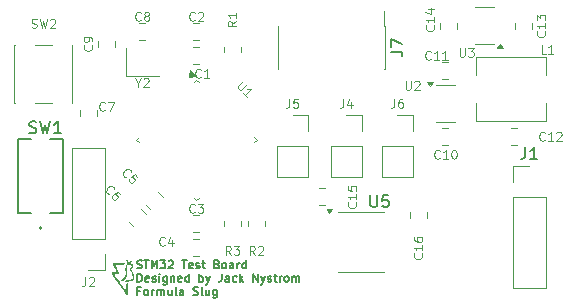
<source format=gbr>
%TF.GenerationSoftware,KiCad,Pcbnew,9.0.1*%
%TF.CreationDate,2025-09-03T00:36:21-07:00*%
%TF.ProjectId,stm32-test,73746d33-322d-4746-9573-742e6b696361,rev?*%
%TF.SameCoordinates,Original*%
%TF.FileFunction,Legend,Top*%
%TF.FilePolarity,Positive*%
%FSLAX46Y46*%
G04 Gerber Fmt 4.6, Leading zero omitted, Abs format (unit mm)*
G04 Created by KiCad (PCBNEW 9.0.1) date 2025-09-03 00:36:21*
%MOMM*%
%LPD*%
G01*
G04 APERTURE LIST*
%ADD10C,0.140000*%
%ADD11C,0.150000*%
%ADD12C,0.125000*%
%ADD13C,0.120000*%
%ADD14C,0.152400*%
%ADD15C,0.000000*%
G04 APERTURE END LIST*
D10*
X135689937Y-104080221D02*
X135789937Y-104113554D01*
X135789937Y-104113554D02*
X135956604Y-104113554D01*
X135956604Y-104113554D02*
X136023270Y-104080221D01*
X136023270Y-104080221D02*
X136056604Y-104046887D01*
X136056604Y-104046887D02*
X136089937Y-103980221D01*
X136089937Y-103980221D02*
X136089937Y-103913554D01*
X136089937Y-103913554D02*
X136056604Y-103846887D01*
X136056604Y-103846887D02*
X136023270Y-103813554D01*
X136023270Y-103813554D02*
X135956604Y-103780221D01*
X135956604Y-103780221D02*
X135823270Y-103746887D01*
X135823270Y-103746887D02*
X135756604Y-103713554D01*
X135756604Y-103713554D02*
X135723270Y-103680221D01*
X135723270Y-103680221D02*
X135689937Y-103613554D01*
X135689937Y-103613554D02*
X135689937Y-103546887D01*
X135689937Y-103546887D02*
X135723270Y-103480221D01*
X135723270Y-103480221D02*
X135756604Y-103446887D01*
X135756604Y-103446887D02*
X135823270Y-103413554D01*
X135823270Y-103413554D02*
X135989937Y-103413554D01*
X135989937Y-103413554D02*
X136089937Y-103446887D01*
X136289937Y-103413554D02*
X136689937Y-103413554D01*
X136489937Y-104113554D02*
X136489937Y-103413554D01*
X136923270Y-104113554D02*
X136923270Y-103413554D01*
X136923270Y-103413554D02*
X137156604Y-103913554D01*
X137156604Y-103913554D02*
X137389937Y-103413554D01*
X137389937Y-103413554D02*
X137389937Y-104113554D01*
X137656604Y-103413554D02*
X138089937Y-103413554D01*
X138089937Y-103413554D02*
X137856604Y-103680221D01*
X137856604Y-103680221D02*
X137956604Y-103680221D01*
X137956604Y-103680221D02*
X138023270Y-103713554D01*
X138023270Y-103713554D02*
X138056604Y-103746887D01*
X138056604Y-103746887D02*
X138089937Y-103813554D01*
X138089937Y-103813554D02*
X138089937Y-103980221D01*
X138089937Y-103980221D02*
X138056604Y-104046887D01*
X138056604Y-104046887D02*
X138023270Y-104080221D01*
X138023270Y-104080221D02*
X137956604Y-104113554D01*
X137956604Y-104113554D02*
X137756604Y-104113554D01*
X137756604Y-104113554D02*
X137689937Y-104080221D01*
X137689937Y-104080221D02*
X137656604Y-104046887D01*
X138356604Y-103480221D02*
X138389937Y-103446887D01*
X138389937Y-103446887D02*
X138456604Y-103413554D01*
X138456604Y-103413554D02*
X138623271Y-103413554D01*
X138623271Y-103413554D02*
X138689937Y-103446887D01*
X138689937Y-103446887D02*
X138723271Y-103480221D01*
X138723271Y-103480221D02*
X138756604Y-103546887D01*
X138756604Y-103546887D02*
X138756604Y-103613554D01*
X138756604Y-103613554D02*
X138723271Y-103713554D01*
X138723271Y-103713554D02*
X138323271Y-104113554D01*
X138323271Y-104113554D02*
X138756604Y-104113554D01*
X139489937Y-103413554D02*
X139889937Y-103413554D01*
X139689937Y-104113554D02*
X139689937Y-103413554D01*
X140389937Y-104080221D02*
X140323270Y-104113554D01*
X140323270Y-104113554D02*
X140189937Y-104113554D01*
X140189937Y-104113554D02*
X140123270Y-104080221D01*
X140123270Y-104080221D02*
X140089937Y-104013554D01*
X140089937Y-104013554D02*
X140089937Y-103746887D01*
X140089937Y-103746887D02*
X140123270Y-103680221D01*
X140123270Y-103680221D02*
X140189937Y-103646887D01*
X140189937Y-103646887D02*
X140323270Y-103646887D01*
X140323270Y-103646887D02*
X140389937Y-103680221D01*
X140389937Y-103680221D02*
X140423270Y-103746887D01*
X140423270Y-103746887D02*
X140423270Y-103813554D01*
X140423270Y-103813554D02*
X140089937Y-103880221D01*
X140689937Y-104080221D02*
X140756604Y-104113554D01*
X140756604Y-104113554D02*
X140889937Y-104113554D01*
X140889937Y-104113554D02*
X140956604Y-104080221D01*
X140956604Y-104080221D02*
X140989937Y-104013554D01*
X140989937Y-104013554D02*
X140989937Y-103980221D01*
X140989937Y-103980221D02*
X140956604Y-103913554D01*
X140956604Y-103913554D02*
X140889937Y-103880221D01*
X140889937Y-103880221D02*
X140789937Y-103880221D01*
X140789937Y-103880221D02*
X140723270Y-103846887D01*
X140723270Y-103846887D02*
X140689937Y-103780221D01*
X140689937Y-103780221D02*
X140689937Y-103746887D01*
X140689937Y-103746887D02*
X140723270Y-103680221D01*
X140723270Y-103680221D02*
X140789937Y-103646887D01*
X140789937Y-103646887D02*
X140889937Y-103646887D01*
X140889937Y-103646887D02*
X140956604Y-103680221D01*
X141189937Y-103646887D02*
X141456604Y-103646887D01*
X141289937Y-103413554D02*
X141289937Y-104013554D01*
X141289937Y-104013554D02*
X141323271Y-104080221D01*
X141323271Y-104080221D02*
X141389937Y-104113554D01*
X141389937Y-104113554D02*
X141456604Y-104113554D01*
X142456604Y-103746887D02*
X142556604Y-103780221D01*
X142556604Y-103780221D02*
X142589937Y-103813554D01*
X142589937Y-103813554D02*
X142623270Y-103880221D01*
X142623270Y-103880221D02*
X142623270Y-103980221D01*
X142623270Y-103980221D02*
X142589937Y-104046887D01*
X142589937Y-104046887D02*
X142556604Y-104080221D01*
X142556604Y-104080221D02*
X142489937Y-104113554D01*
X142489937Y-104113554D02*
X142223270Y-104113554D01*
X142223270Y-104113554D02*
X142223270Y-103413554D01*
X142223270Y-103413554D02*
X142456604Y-103413554D01*
X142456604Y-103413554D02*
X142523270Y-103446887D01*
X142523270Y-103446887D02*
X142556604Y-103480221D01*
X142556604Y-103480221D02*
X142589937Y-103546887D01*
X142589937Y-103546887D02*
X142589937Y-103613554D01*
X142589937Y-103613554D02*
X142556604Y-103680221D01*
X142556604Y-103680221D02*
X142523270Y-103713554D01*
X142523270Y-103713554D02*
X142456604Y-103746887D01*
X142456604Y-103746887D02*
X142223270Y-103746887D01*
X143023270Y-104113554D02*
X142956604Y-104080221D01*
X142956604Y-104080221D02*
X142923270Y-104046887D01*
X142923270Y-104046887D02*
X142889937Y-103980221D01*
X142889937Y-103980221D02*
X142889937Y-103780221D01*
X142889937Y-103780221D02*
X142923270Y-103713554D01*
X142923270Y-103713554D02*
X142956604Y-103680221D01*
X142956604Y-103680221D02*
X143023270Y-103646887D01*
X143023270Y-103646887D02*
X143123270Y-103646887D01*
X143123270Y-103646887D02*
X143189937Y-103680221D01*
X143189937Y-103680221D02*
X143223270Y-103713554D01*
X143223270Y-103713554D02*
X143256604Y-103780221D01*
X143256604Y-103780221D02*
X143256604Y-103980221D01*
X143256604Y-103980221D02*
X143223270Y-104046887D01*
X143223270Y-104046887D02*
X143189937Y-104080221D01*
X143189937Y-104080221D02*
X143123270Y-104113554D01*
X143123270Y-104113554D02*
X143023270Y-104113554D01*
X143856603Y-104113554D02*
X143856603Y-103746887D01*
X143856603Y-103746887D02*
X143823270Y-103680221D01*
X143823270Y-103680221D02*
X143756603Y-103646887D01*
X143756603Y-103646887D02*
X143623270Y-103646887D01*
X143623270Y-103646887D02*
X143556603Y-103680221D01*
X143856603Y-104080221D02*
X143789937Y-104113554D01*
X143789937Y-104113554D02*
X143623270Y-104113554D01*
X143623270Y-104113554D02*
X143556603Y-104080221D01*
X143556603Y-104080221D02*
X143523270Y-104013554D01*
X143523270Y-104013554D02*
X143523270Y-103946887D01*
X143523270Y-103946887D02*
X143556603Y-103880221D01*
X143556603Y-103880221D02*
X143623270Y-103846887D01*
X143623270Y-103846887D02*
X143789937Y-103846887D01*
X143789937Y-103846887D02*
X143856603Y-103813554D01*
X144189936Y-104113554D02*
X144189936Y-103646887D01*
X144189936Y-103780221D02*
X144223270Y-103713554D01*
X144223270Y-103713554D02*
X144256603Y-103680221D01*
X144256603Y-103680221D02*
X144323270Y-103646887D01*
X144323270Y-103646887D02*
X144389936Y-103646887D01*
X144923269Y-104113554D02*
X144923269Y-103413554D01*
X144923269Y-104080221D02*
X144856603Y-104113554D01*
X144856603Y-104113554D02*
X144723269Y-104113554D01*
X144723269Y-104113554D02*
X144656603Y-104080221D01*
X144656603Y-104080221D02*
X144623269Y-104046887D01*
X144623269Y-104046887D02*
X144589936Y-103980221D01*
X144589936Y-103980221D02*
X144589936Y-103780221D01*
X144589936Y-103780221D02*
X144623269Y-103713554D01*
X144623269Y-103713554D02*
X144656603Y-103680221D01*
X144656603Y-103680221D02*
X144723269Y-103646887D01*
X144723269Y-103646887D02*
X144856603Y-103646887D01*
X144856603Y-103646887D02*
X144923269Y-103680221D01*
X135723270Y-105240515D02*
X135723270Y-104540515D01*
X135723270Y-104540515D02*
X135889937Y-104540515D01*
X135889937Y-104540515D02*
X135989937Y-104573848D01*
X135989937Y-104573848D02*
X136056604Y-104640515D01*
X136056604Y-104640515D02*
X136089937Y-104707182D01*
X136089937Y-104707182D02*
X136123270Y-104840515D01*
X136123270Y-104840515D02*
X136123270Y-104940515D01*
X136123270Y-104940515D02*
X136089937Y-105073848D01*
X136089937Y-105073848D02*
X136056604Y-105140515D01*
X136056604Y-105140515D02*
X135989937Y-105207182D01*
X135989937Y-105207182D02*
X135889937Y-105240515D01*
X135889937Y-105240515D02*
X135723270Y-105240515D01*
X136689937Y-105207182D02*
X136623270Y-105240515D01*
X136623270Y-105240515D02*
X136489937Y-105240515D01*
X136489937Y-105240515D02*
X136423270Y-105207182D01*
X136423270Y-105207182D02*
X136389937Y-105140515D01*
X136389937Y-105140515D02*
X136389937Y-104873848D01*
X136389937Y-104873848D02*
X136423270Y-104807182D01*
X136423270Y-104807182D02*
X136489937Y-104773848D01*
X136489937Y-104773848D02*
X136623270Y-104773848D01*
X136623270Y-104773848D02*
X136689937Y-104807182D01*
X136689937Y-104807182D02*
X136723270Y-104873848D01*
X136723270Y-104873848D02*
X136723270Y-104940515D01*
X136723270Y-104940515D02*
X136389937Y-105007182D01*
X136989937Y-105207182D02*
X137056604Y-105240515D01*
X137056604Y-105240515D02*
X137189937Y-105240515D01*
X137189937Y-105240515D02*
X137256604Y-105207182D01*
X137256604Y-105207182D02*
X137289937Y-105140515D01*
X137289937Y-105140515D02*
X137289937Y-105107182D01*
X137289937Y-105107182D02*
X137256604Y-105040515D01*
X137256604Y-105040515D02*
X137189937Y-105007182D01*
X137189937Y-105007182D02*
X137089937Y-105007182D01*
X137089937Y-105007182D02*
X137023270Y-104973848D01*
X137023270Y-104973848D02*
X136989937Y-104907182D01*
X136989937Y-104907182D02*
X136989937Y-104873848D01*
X136989937Y-104873848D02*
X137023270Y-104807182D01*
X137023270Y-104807182D02*
X137089937Y-104773848D01*
X137089937Y-104773848D02*
X137189937Y-104773848D01*
X137189937Y-104773848D02*
X137256604Y-104807182D01*
X137589937Y-105240515D02*
X137589937Y-104773848D01*
X137589937Y-104540515D02*
X137556604Y-104573848D01*
X137556604Y-104573848D02*
X137589937Y-104607182D01*
X137589937Y-104607182D02*
X137623271Y-104573848D01*
X137623271Y-104573848D02*
X137589937Y-104540515D01*
X137589937Y-104540515D02*
X137589937Y-104607182D01*
X138223270Y-104773848D02*
X138223270Y-105340515D01*
X138223270Y-105340515D02*
X138189937Y-105407182D01*
X138189937Y-105407182D02*
X138156604Y-105440515D01*
X138156604Y-105440515D02*
X138089937Y-105473848D01*
X138089937Y-105473848D02*
X137989937Y-105473848D01*
X137989937Y-105473848D02*
X137923270Y-105440515D01*
X138223270Y-105207182D02*
X138156604Y-105240515D01*
X138156604Y-105240515D02*
X138023270Y-105240515D01*
X138023270Y-105240515D02*
X137956604Y-105207182D01*
X137956604Y-105207182D02*
X137923270Y-105173848D01*
X137923270Y-105173848D02*
X137889937Y-105107182D01*
X137889937Y-105107182D02*
X137889937Y-104907182D01*
X137889937Y-104907182D02*
X137923270Y-104840515D01*
X137923270Y-104840515D02*
X137956604Y-104807182D01*
X137956604Y-104807182D02*
X138023270Y-104773848D01*
X138023270Y-104773848D02*
X138156604Y-104773848D01*
X138156604Y-104773848D02*
X138223270Y-104807182D01*
X138556603Y-104773848D02*
X138556603Y-105240515D01*
X138556603Y-104840515D02*
X138589937Y-104807182D01*
X138589937Y-104807182D02*
X138656603Y-104773848D01*
X138656603Y-104773848D02*
X138756603Y-104773848D01*
X138756603Y-104773848D02*
X138823270Y-104807182D01*
X138823270Y-104807182D02*
X138856603Y-104873848D01*
X138856603Y-104873848D02*
X138856603Y-105240515D01*
X139456603Y-105207182D02*
X139389936Y-105240515D01*
X139389936Y-105240515D02*
X139256603Y-105240515D01*
X139256603Y-105240515D02*
X139189936Y-105207182D01*
X139189936Y-105207182D02*
X139156603Y-105140515D01*
X139156603Y-105140515D02*
X139156603Y-104873848D01*
X139156603Y-104873848D02*
X139189936Y-104807182D01*
X139189936Y-104807182D02*
X139256603Y-104773848D01*
X139256603Y-104773848D02*
X139389936Y-104773848D01*
X139389936Y-104773848D02*
X139456603Y-104807182D01*
X139456603Y-104807182D02*
X139489936Y-104873848D01*
X139489936Y-104873848D02*
X139489936Y-104940515D01*
X139489936Y-104940515D02*
X139156603Y-105007182D01*
X140089936Y-105240515D02*
X140089936Y-104540515D01*
X140089936Y-105207182D02*
X140023270Y-105240515D01*
X140023270Y-105240515D02*
X139889936Y-105240515D01*
X139889936Y-105240515D02*
X139823270Y-105207182D01*
X139823270Y-105207182D02*
X139789936Y-105173848D01*
X139789936Y-105173848D02*
X139756603Y-105107182D01*
X139756603Y-105107182D02*
X139756603Y-104907182D01*
X139756603Y-104907182D02*
X139789936Y-104840515D01*
X139789936Y-104840515D02*
X139823270Y-104807182D01*
X139823270Y-104807182D02*
X139889936Y-104773848D01*
X139889936Y-104773848D02*
X140023270Y-104773848D01*
X140023270Y-104773848D02*
X140089936Y-104807182D01*
X140956602Y-105240515D02*
X140956602Y-104540515D01*
X140956602Y-104807182D02*
X141023269Y-104773848D01*
X141023269Y-104773848D02*
X141156602Y-104773848D01*
X141156602Y-104773848D02*
X141223269Y-104807182D01*
X141223269Y-104807182D02*
X141256602Y-104840515D01*
X141256602Y-104840515D02*
X141289936Y-104907182D01*
X141289936Y-104907182D02*
X141289936Y-105107182D01*
X141289936Y-105107182D02*
X141256602Y-105173848D01*
X141256602Y-105173848D02*
X141223269Y-105207182D01*
X141223269Y-105207182D02*
X141156602Y-105240515D01*
X141156602Y-105240515D02*
X141023269Y-105240515D01*
X141023269Y-105240515D02*
X140956602Y-105207182D01*
X141523269Y-104773848D02*
X141689935Y-105240515D01*
X141856602Y-104773848D02*
X141689935Y-105240515D01*
X141689935Y-105240515D02*
X141623269Y-105407182D01*
X141623269Y-105407182D02*
X141589935Y-105440515D01*
X141589935Y-105440515D02*
X141523269Y-105473848D01*
X142856601Y-104540515D02*
X142856601Y-105040515D01*
X142856601Y-105040515D02*
X142823268Y-105140515D01*
X142823268Y-105140515D02*
X142756601Y-105207182D01*
X142756601Y-105207182D02*
X142656601Y-105240515D01*
X142656601Y-105240515D02*
X142589935Y-105240515D01*
X143489934Y-105240515D02*
X143489934Y-104873848D01*
X143489934Y-104873848D02*
X143456601Y-104807182D01*
X143456601Y-104807182D02*
X143389934Y-104773848D01*
X143389934Y-104773848D02*
X143256601Y-104773848D01*
X143256601Y-104773848D02*
X143189934Y-104807182D01*
X143489934Y-105207182D02*
X143423268Y-105240515D01*
X143423268Y-105240515D02*
X143256601Y-105240515D01*
X143256601Y-105240515D02*
X143189934Y-105207182D01*
X143189934Y-105207182D02*
X143156601Y-105140515D01*
X143156601Y-105140515D02*
X143156601Y-105073848D01*
X143156601Y-105073848D02*
X143189934Y-105007182D01*
X143189934Y-105007182D02*
X143256601Y-104973848D01*
X143256601Y-104973848D02*
X143423268Y-104973848D01*
X143423268Y-104973848D02*
X143489934Y-104940515D01*
X144123267Y-105207182D02*
X144056601Y-105240515D01*
X144056601Y-105240515D02*
X143923267Y-105240515D01*
X143923267Y-105240515D02*
X143856601Y-105207182D01*
X143856601Y-105207182D02*
X143823267Y-105173848D01*
X143823267Y-105173848D02*
X143789934Y-105107182D01*
X143789934Y-105107182D02*
X143789934Y-104907182D01*
X143789934Y-104907182D02*
X143823267Y-104840515D01*
X143823267Y-104840515D02*
X143856601Y-104807182D01*
X143856601Y-104807182D02*
X143923267Y-104773848D01*
X143923267Y-104773848D02*
X144056601Y-104773848D01*
X144056601Y-104773848D02*
X144123267Y-104807182D01*
X144423267Y-105240515D02*
X144423267Y-104540515D01*
X144489934Y-104973848D02*
X144689934Y-105240515D01*
X144689934Y-104773848D02*
X144423267Y-105040515D01*
X145523267Y-105240515D02*
X145523267Y-104540515D01*
X145523267Y-104540515D02*
X145923267Y-105240515D01*
X145923267Y-105240515D02*
X145923267Y-104540515D01*
X146189934Y-104773848D02*
X146356600Y-105240515D01*
X146523267Y-104773848D02*
X146356600Y-105240515D01*
X146356600Y-105240515D02*
X146289934Y-105407182D01*
X146289934Y-105407182D02*
X146256600Y-105440515D01*
X146256600Y-105440515D02*
X146189934Y-105473848D01*
X146756600Y-105207182D02*
X146823267Y-105240515D01*
X146823267Y-105240515D02*
X146956600Y-105240515D01*
X146956600Y-105240515D02*
X147023267Y-105207182D01*
X147023267Y-105207182D02*
X147056600Y-105140515D01*
X147056600Y-105140515D02*
X147056600Y-105107182D01*
X147056600Y-105107182D02*
X147023267Y-105040515D01*
X147023267Y-105040515D02*
X146956600Y-105007182D01*
X146956600Y-105007182D02*
X146856600Y-105007182D01*
X146856600Y-105007182D02*
X146789933Y-104973848D01*
X146789933Y-104973848D02*
X146756600Y-104907182D01*
X146756600Y-104907182D02*
X146756600Y-104873848D01*
X146756600Y-104873848D02*
X146789933Y-104807182D01*
X146789933Y-104807182D02*
X146856600Y-104773848D01*
X146856600Y-104773848D02*
X146956600Y-104773848D01*
X146956600Y-104773848D02*
X147023267Y-104807182D01*
X147256600Y-104773848D02*
X147523267Y-104773848D01*
X147356600Y-104540515D02*
X147356600Y-105140515D01*
X147356600Y-105140515D02*
X147389934Y-105207182D01*
X147389934Y-105207182D02*
X147456600Y-105240515D01*
X147456600Y-105240515D02*
X147523267Y-105240515D01*
X147756600Y-105240515D02*
X147756600Y-104773848D01*
X147756600Y-104907182D02*
X147789934Y-104840515D01*
X147789934Y-104840515D02*
X147823267Y-104807182D01*
X147823267Y-104807182D02*
X147889934Y-104773848D01*
X147889934Y-104773848D02*
X147956600Y-104773848D01*
X148289933Y-105240515D02*
X148223267Y-105207182D01*
X148223267Y-105207182D02*
X148189933Y-105173848D01*
X148189933Y-105173848D02*
X148156600Y-105107182D01*
X148156600Y-105107182D02*
X148156600Y-104907182D01*
X148156600Y-104907182D02*
X148189933Y-104840515D01*
X148189933Y-104840515D02*
X148223267Y-104807182D01*
X148223267Y-104807182D02*
X148289933Y-104773848D01*
X148289933Y-104773848D02*
X148389933Y-104773848D01*
X148389933Y-104773848D02*
X148456600Y-104807182D01*
X148456600Y-104807182D02*
X148489933Y-104840515D01*
X148489933Y-104840515D02*
X148523267Y-104907182D01*
X148523267Y-104907182D02*
X148523267Y-105107182D01*
X148523267Y-105107182D02*
X148489933Y-105173848D01*
X148489933Y-105173848D02*
X148456600Y-105207182D01*
X148456600Y-105207182D02*
X148389933Y-105240515D01*
X148389933Y-105240515D02*
X148289933Y-105240515D01*
X148823266Y-105240515D02*
X148823266Y-104773848D01*
X148823266Y-104840515D02*
X148856600Y-104807182D01*
X148856600Y-104807182D02*
X148923266Y-104773848D01*
X148923266Y-104773848D02*
X149023266Y-104773848D01*
X149023266Y-104773848D02*
X149089933Y-104807182D01*
X149089933Y-104807182D02*
X149123266Y-104873848D01*
X149123266Y-104873848D02*
X149123266Y-105240515D01*
X149123266Y-104873848D02*
X149156600Y-104807182D01*
X149156600Y-104807182D02*
X149223266Y-104773848D01*
X149223266Y-104773848D02*
X149323266Y-104773848D01*
X149323266Y-104773848D02*
X149389933Y-104807182D01*
X149389933Y-104807182D02*
X149423266Y-104873848D01*
X149423266Y-104873848D02*
X149423266Y-105240515D01*
X135956604Y-106000809D02*
X135723270Y-106000809D01*
X135723270Y-106367476D02*
X135723270Y-105667476D01*
X135723270Y-105667476D02*
X136056604Y-105667476D01*
X136423270Y-106367476D02*
X136356604Y-106334143D01*
X136356604Y-106334143D02*
X136323270Y-106300809D01*
X136323270Y-106300809D02*
X136289937Y-106234143D01*
X136289937Y-106234143D02*
X136289937Y-106034143D01*
X136289937Y-106034143D02*
X136323270Y-105967476D01*
X136323270Y-105967476D02*
X136356604Y-105934143D01*
X136356604Y-105934143D02*
X136423270Y-105900809D01*
X136423270Y-105900809D02*
X136523270Y-105900809D01*
X136523270Y-105900809D02*
X136589937Y-105934143D01*
X136589937Y-105934143D02*
X136623270Y-105967476D01*
X136623270Y-105967476D02*
X136656604Y-106034143D01*
X136656604Y-106034143D02*
X136656604Y-106234143D01*
X136656604Y-106234143D02*
X136623270Y-106300809D01*
X136623270Y-106300809D02*
X136589937Y-106334143D01*
X136589937Y-106334143D02*
X136523270Y-106367476D01*
X136523270Y-106367476D02*
X136423270Y-106367476D01*
X136956603Y-106367476D02*
X136956603Y-105900809D01*
X136956603Y-106034143D02*
X136989937Y-105967476D01*
X136989937Y-105967476D02*
X137023270Y-105934143D01*
X137023270Y-105934143D02*
X137089937Y-105900809D01*
X137089937Y-105900809D02*
X137156603Y-105900809D01*
X137389936Y-106367476D02*
X137389936Y-105900809D01*
X137389936Y-105967476D02*
X137423270Y-105934143D01*
X137423270Y-105934143D02*
X137489936Y-105900809D01*
X137489936Y-105900809D02*
X137589936Y-105900809D01*
X137589936Y-105900809D02*
X137656603Y-105934143D01*
X137656603Y-105934143D02*
X137689936Y-106000809D01*
X137689936Y-106000809D02*
X137689936Y-106367476D01*
X137689936Y-106000809D02*
X137723270Y-105934143D01*
X137723270Y-105934143D02*
X137789936Y-105900809D01*
X137789936Y-105900809D02*
X137889936Y-105900809D01*
X137889936Y-105900809D02*
X137956603Y-105934143D01*
X137956603Y-105934143D02*
X137989936Y-106000809D01*
X137989936Y-106000809D02*
X137989936Y-106367476D01*
X138623269Y-105900809D02*
X138623269Y-106367476D01*
X138323269Y-105900809D02*
X138323269Y-106267476D01*
X138323269Y-106267476D02*
X138356603Y-106334143D01*
X138356603Y-106334143D02*
X138423269Y-106367476D01*
X138423269Y-106367476D02*
X138523269Y-106367476D01*
X138523269Y-106367476D02*
X138589936Y-106334143D01*
X138589936Y-106334143D02*
X138623269Y-106300809D01*
X139056602Y-106367476D02*
X138989936Y-106334143D01*
X138989936Y-106334143D02*
X138956602Y-106267476D01*
X138956602Y-106267476D02*
X138956602Y-105667476D01*
X139623269Y-106367476D02*
X139623269Y-106000809D01*
X139623269Y-106000809D02*
X139589936Y-105934143D01*
X139589936Y-105934143D02*
X139523269Y-105900809D01*
X139523269Y-105900809D02*
X139389936Y-105900809D01*
X139389936Y-105900809D02*
X139323269Y-105934143D01*
X139623269Y-106334143D02*
X139556603Y-106367476D01*
X139556603Y-106367476D02*
X139389936Y-106367476D01*
X139389936Y-106367476D02*
X139323269Y-106334143D01*
X139323269Y-106334143D02*
X139289936Y-106267476D01*
X139289936Y-106267476D02*
X139289936Y-106200809D01*
X139289936Y-106200809D02*
X139323269Y-106134143D01*
X139323269Y-106134143D02*
X139389936Y-106100809D01*
X139389936Y-106100809D02*
X139556603Y-106100809D01*
X139556603Y-106100809D02*
X139623269Y-106067476D01*
X140456602Y-106334143D02*
X140556602Y-106367476D01*
X140556602Y-106367476D02*
X140723269Y-106367476D01*
X140723269Y-106367476D02*
X140789935Y-106334143D01*
X140789935Y-106334143D02*
X140823269Y-106300809D01*
X140823269Y-106300809D02*
X140856602Y-106234143D01*
X140856602Y-106234143D02*
X140856602Y-106167476D01*
X140856602Y-106167476D02*
X140823269Y-106100809D01*
X140823269Y-106100809D02*
X140789935Y-106067476D01*
X140789935Y-106067476D02*
X140723269Y-106034143D01*
X140723269Y-106034143D02*
X140589935Y-106000809D01*
X140589935Y-106000809D02*
X140523269Y-105967476D01*
X140523269Y-105967476D02*
X140489935Y-105934143D01*
X140489935Y-105934143D02*
X140456602Y-105867476D01*
X140456602Y-105867476D02*
X140456602Y-105800809D01*
X140456602Y-105800809D02*
X140489935Y-105734143D01*
X140489935Y-105734143D02*
X140523269Y-105700809D01*
X140523269Y-105700809D02*
X140589935Y-105667476D01*
X140589935Y-105667476D02*
X140756602Y-105667476D01*
X140756602Y-105667476D02*
X140856602Y-105700809D01*
X141256602Y-106367476D02*
X141189936Y-106334143D01*
X141189936Y-106334143D02*
X141156602Y-106267476D01*
X141156602Y-106267476D02*
X141156602Y-105667476D01*
X141823269Y-105900809D02*
X141823269Y-106367476D01*
X141523269Y-105900809D02*
X141523269Y-106267476D01*
X141523269Y-106267476D02*
X141556603Y-106334143D01*
X141556603Y-106334143D02*
X141623269Y-106367476D01*
X141623269Y-106367476D02*
X141723269Y-106367476D01*
X141723269Y-106367476D02*
X141789936Y-106334143D01*
X141789936Y-106334143D02*
X141823269Y-106300809D01*
X142456602Y-105900809D02*
X142456602Y-106467476D01*
X142456602Y-106467476D02*
X142423269Y-106534143D01*
X142423269Y-106534143D02*
X142389936Y-106567476D01*
X142389936Y-106567476D02*
X142323269Y-106600809D01*
X142323269Y-106600809D02*
X142223269Y-106600809D01*
X142223269Y-106600809D02*
X142156602Y-106567476D01*
X142456602Y-106334143D02*
X142389936Y-106367476D01*
X142389936Y-106367476D02*
X142256602Y-106367476D01*
X142256602Y-106367476D02*
X142189936Y-106334143D01*
X142189936Y-106334143D02*
X142156602Y-106300809D01*
X142156602Y-106300809D02*
X142123269Y-106234143D01*
X142123269Y-106234143D02*
X142123269Y-106034143D01*
X142123269Y-106034143D02*
X142156602Y-105967476D01*
X142156602Y-105967476D02*
X142189936Y-105934143D01*
X142189936Y-105934143D02*
X142256602Y-105900809D01*
X142256602Y-105900809D02*
X142389936Y-105900809D01*
X142389936Y-105900809D02*
X142456602Y-105934143D01*
D11*
X168576666Y-93848819D02*
X168576666Y-94563104D01*
X168576666Y-94563104D02*
X168529047Y-94705961D01*
X168529047Y-94705961D02*
X168433809Y-94801200D01*
X168433809Y-94801200D02*
X168290952Y-94848819D01*
X168290952Y-94848819D02*
X168195714Y-94848819D01*
X169576666Y-94848819D02*
X169005238Y-94848819D01*
X169290952Y-94848819D02*
X169290952Y-93848819D01*
X169290952Y-93848819D02*
X169195714Y-93991676D01*
X169195714Y-93991676D02*
X169100476Y-94086914D01*
X169100476Y-94086914D02*
X169005238Y-94134533D01*
X126581867Y-92609200D02*
X126724724Y-92656819D01*
X126724724Y-92656819D02*
X126962819Y-92656819D01*
X126962819Y-92656819D02*
X127058057Y-92609200D01*
X127058057Y-92609200D02*
X127105676Y-92561580D01*
X127105676Y-92561580D02*
X127153295Y-92466342D01*
X127153295Y-92466342D02*
X127153295Y-92371104D01*
X127153295Y-92371104D02*
X127105676Y-92275866D01*
X127105676Y-92275866D02*
X127058057Y-92228247D01*
X127058057Y-92228247D02*
X126962819Y-92180628D01*
X126962819Y-92180628D02*
X126772343Y-92133009D01*
X126772343Y-92133009D02*
X126677105Y-92085390D01*
X126677105Y-92085390D02*
X126629486Y-92037771D01*
X126629486Y-92037771D02*
X126581867Y-91942533D01*
X126581867Y-91942533D02*
X126581867Y-91847295D01*
X126581867Y-91847295D02*
X126629486Y-91752057D01*
X126629486Y-91752057D02*
X126677105Y-91704438D01*
X126677105Y-91704438D02*
X126772343Y-91656819D01*
X126772343Y-91656819D02*
X127010438Y-91656819D01*
X127010438Y-91656819D02*
X127153295Y-91704438D01*
X127486629Y-91656819D02*
X127724724Y-92656819D01*
X127724724Y-92656819D02*
X127915200Y-91942533D01*
X127915200Y-91942533D02*
X128105676Y-92656819D01*
X128105676Y-92656819D02*
X128343772Y-91656819D01*
X129248533Y-92656819D02*
X128677105Y-92656819D01*
X128962819Y-92656819D02*
X128962819Y-91656819D01*
X128962819Y-91656819D02*
X128867581Y-91799676D01*
X128867581Y-91799676D02*
X128772343Y-91894914D01*
X128772343Y-91894914D02*
X128677105Y-91942533D01*
X155448095Y-97908819D02*
X155448095Y-98718342D01*
X155448095Y-98718342D02*
X155495714Y-98813580D01*
X155495714Y-98813580D02*
X155543333Y-98861200D01*
X155543333Y-98861200D02*
X155638571Y-98908819D01*
X155638571Y-98908819D02*
X155829047Y-98908819D01*
X155829047Y-98908819D02*
X155924285Y-98861200D01*
X155924285Y-98861200D02*
X155971904Y-98813580D01*
X155971904Y-98813580D02*
X156019523Y-98718342D01*
X156019523Y-98718342D02*
X156019523Y-97908819D01*
X156971904Y-97908819D02*
X156495714Y-97908819D01*
X156495714Y-97908819D02*
X156448095Y-98385009D01*
X156448095Y-98385009D02*
X156495714Y-98337390D01*
X156495714Y-98337390D02*
X156590952Y-98289771D01*
X156590952Y-98289771D02*
X156829047Y-98289771D01*
X156829047Y-98289771D02*
X156924285Y-98337390D01*
X156924285Y-98337390D02*
X156971904Y-98385009D01*
X156971904Y-98385009D02*
X157019523Y-98480247D01*
X157019523Y-98480247D02*
X157019523Y-98718342D01*
X157019523Y-98718342D02*
X156971904Y-98813580D01*
X156971904Y-98813580D02*
X156924285Y-98861200D01*
X156924285Y-98861200D02*
X156829047Y-98908819D01*
X156829047Y-98908819D02*
X156590952Y-98908819D01*
X156590952Y-98908819D02*
X156495714Y-98861200D01*
X156495714Y-98861200D02*
X156448095Y-98813580D01*
D12*
X153166000Y-89760464D02*
X153166000Y-90296178D01*
X153166000Y-90296178D02*
X153130285Y-90403321D01*
X153130285Y-90403321D02*
X153058857Y-90474750D01*
X153058857Y-90474750D02*
X152951714Y-90510464D01*
X152951714Y-90510464D02*
X152880285Y-90510464D01*
X153844572Y-90010464D02*
X153844572Y-90510464D01*
X153666000Y-89724750D02*
X153487429Y-90260464D01*
X153487429Y-90260464D02*
X153951714Y-90260464D01*
X141098999Y-87899035D02*
X141063285Y-87934750D01*
X141063285Y-87934750D02*
X140956142Y-87970464D01*
X140956142Y-87970464D02*
X140884714Y-87970464D01*
X140884714Y-87970464D02*
X140777571Y-87934750D01*
X140777571Y-87934750D02*
X140706142Y-87863321D01*
X140706142Y-87863321D02*
X140670428Y-87791892D01*
X140670428Y-87791892D02*
X140634714Y-87649035D01*
X140634714Y-87649035D02*
X140634714Y-87541892D01*
X140634714Y-87541892D02*
X140670428Y-87399035D01*
X140670428Y-87399035D02*
X140706142Y-87327607D01*
X140706142Y-87327607D02*
X140777571Y-87256178D01*
X140777571Y-87256178D02*
X140884714Y-87220464D01*
X140884714Y-87220464D02*
X140956142Y-87220464D01*
X140956142Y-87220464D02*
X141063285Y-87256178D01*
X141063285Y-87256178D02*
X141098999Y-87291892D01*
X141813285Y-87970464D02*
X141384714Y-87970464D01*
X141598999Y-87970464D02*
X141598999Y-87220464D01*
X141598999Y-87220464D02*
X141527571Y-87327607D01*
X141527571Y-87327607D02*
X141456142Y-87399035D01*
X141456142Y-87399035D02*
X141384714Y-87434750D01*
X140590999Y-83073035D02*
X140555285Y-83108750D01*
X140555285Y-83108750D02*
X140448142Y-83144464D01*
X140448142Y-83144464D02*
X140376714Y-83144464D01*
X140376714Y-83144464D02*
X140269571Y-83108750D01*
X140269571Y-83108750D02*
X140198142Y-83037321D01*
X140198142Y-83037321D02*
X140162428Y-82965892D01*
X140162428Y-82965892D02*
X140126714Y-82823035D01*
X140126714Y-82823035D02*
X140126714Y-82715892D01*
X140126714Y-82715892D02*
X140162428Y-82573035D01*
X140162428Y-82573035D02*
X140198142Y-82501607D01*
X140198142Y-82501607D02*
X140269571Y-82430178D01*
X140269571Y-82430178D02*
X140376714Y-82394464D01*
X140376714Y-82394464D02*
X140448142Y-82394464D01*
X140448142Y-82394464D02*
X140555285Y-82430178D01*
X140555285Y-82430178D02*
X140590999Y-82465892D01*
X140876714Y-82465892D02*
X140912428Y-82430178D01*
X140912428Y-82430178D02*
X140983857Y-82394464D01*
X140983857Y-82394464D02*
X141162428Y-82394464D01*
X141162428Y-82394464D02*
X141233857Y-82430178D01*
X141233857Y-82430178D02*
X141269571Y-82465892D01*
X141269571Y-82465892D02*
X141305285Y-82537321D01*
X141305285Y-82537321D02*
X141305285Y-82608750D01*
X141305285Y-82608750D02*
X141269571Y-82715892D01*
X141269571Y-82715892D02*
X140840999Y-83144464D01*
X140840999Y-83144464D02*
X141305285Y-83144464D01*
X140590999Y-99329035D02*
X140555285Y-99364750D01*
X140555285Y-99364750D02*
X140448142Y-99400464D01*
X140448142Y-99400464D02*
X140376714Y-99400464D01*
X140376714Y-99400464D02*
X140269571Y-99364750D01*
X140269571Y-99364750D02*
X140198142Y-99293321D01*
X140198142Y-99293321D02*
X140162428Y-99221892D01*
X140162428Y-99221892D02*
X140126714Y-99079035D01*
X140126714Y-99079035D02*
X140126714Y-98971892D01*
X140126714Y-98971892D02*
X140162428Y-98829035D01*
X140162428Y-98829035D02*
X140198142Y-98757607D01*
X140198142Y-98757607D02*
X140269571Y-98686178D01*
X140269571Y-98686178D02*
X140376714Y-98650464D01*
X140376714Y-98650464D02*
X140448142Y-98650464D01*
X140448142Y-98650464D02*
X140555285Y-98686178D01*
X140555285Y-98686178D02*
X140590999Y-98721892D01*
X140840999Y-98650464D02*
X141305285Y-98650464D01*
X141305285Y-98650464D02*
X141055285Y-98936178D01*
X141055285Y-98936178D02*
X141162428Y-98936178D01*
X141162428Y-98936178D02*
X141233857Y-98971892D01*
X141233857Y-98971892D02*
X141269571Y-99007607D01*
X141269571Y-99007607D02*
X141305285Y-99079035D01*
X141305285Y-99079035D02*
X141305285Y-99257607D01*
X141305285Y-99257607D02*
X141269571Y-99329035D01*
X141269571Y-99329035D02*
X141233857Y-99364750D01*
X141233857Y-99364750D02*
X141162428Y-99400464D01*
X141162428Y-99400464D02*
X140948142Y-99400464D01*
X140948142Y-99400464D02*
X140876714Y-99364750D01*
X140876714Y-99364750D02*
X140840999Y-99329035D01*
X138050999Y-102123035D02*
X138015285Y-102158750D01*
X138015285Y-102158750D02*
X137908142Y-102194464D01*
X137908142Y-102194464D02*
X137836714Y-102194464D01*
X137836714Y-102194464D02*
X137729571Y-102158750D01*
X137729571Y-102158750D02*
X137658142Y-102087321D01*
X137658142Y-102087321D02*
X137622428Y-102015892D01*
X137622428Y-102015892D02*
X137586714Y-101873035D01*
X137586714Y-101873035D02*
X137586714Y-101765892D01*
X137586714Y-101765892D02*
X137622428Y-101623035D01*
X137622428Y-101623035D02*
X137658142Y-101551607D01*
X137658142Y-101551607D02*
X137729571Y-101480178D01*
X137729571Y-101480178D02*
X137836714Y-101444464D01*
X137836714Y-101444464D02*
X137908142Y-101444464D01*
X137908142Y-101444464D02*
X138015285Y-101480178D01*
X138015285Y-101480178D02*
X138050999Y-101515892D01*
X138693857Y-101694464D02*
X138693857Y-102194464D01*
X138515285Y-101408750D02*
X138336714Y-101944464D01*
X138336714Y-101944464D02*
X138800999Y-101944464D01*
X134771367Y-96377000D02*
X134720859Y-96377000D01*
X134720859Y-96377000D02*
X134619844Y-96326492D01*
X134619844Y-96326492D02*
X134569337Y-96275985D01*
X134569337Y-96275985D02*
X134518829Y-96174970D01*
X134518829Y-96174970D02*
X134518829Y-96073954D01*
X134518829Y-96073954D02*
X134544083Y-95998193D01*
X134544083Y-95998193D02*
X134619844Y-95871924D01*
X134619844Y-95871924D02*
X134695606Y-95796162D01*
X134695606Y-95796162D02*
X134821875Y-95720401D01*
X134821875Y-95720401D02*
X134897636Y-95695147D01*
X134897636Y-95695147D02*
X134998651Y-95695147D01*
X134998651Y-95695147D02*
X135099667Y-95745655D01*
X135099667Y-95745655D02*
X135150174Y-95796162D01*
X135150174Y-95796162D02*
X135200682Y-95897178D01*
X135200682Y-95897178D02*
X135200682Y-95947685D01*
X135731012Y-96377000D02*
X135478474Y-96124462D01*
X135478474Y-96124462D02*
X135200682Y-96351746D01*
X135200682Y-96351746D02*
X135251190Y-96351746D01*
X135251190Y-96351746D02*
X135326951Y-96377000D01*
X135326951Y-96377000D02*
X135453220Y-96503269D01*
X135453220Y-96503269D02*
X135478474Y-96579031D01*
X135478474Y-96579031D02*
X135478474Y-96629538D01*
X135478474Y-96629538D02*
X135453220Y-96705300D01*
X135453220Y-96705300D02*
X135326951Y-96831569D01*
X135326951Y-96831569D02*
X135251190Y-96856822D01*
X135251190Y-96856822D02*
X135200682Y-96856822D01*
X135200682Y-96856822D02*
X135124920Y-96831569D01*
X135124920Y-96831569D02*
X134998651Y-96705300D01*
X134998651Y-96705300D02*
X134973398Y-96629538D01*
X134973398Y-96629538D02*
X134973398Y-96579031D01*
X133334526Y-97813841D02*
X133284018Y-97813841D01*
X133284018Y-97813841D02*
X133183003Y-97763333D01*
X133183003Y-97763333D02*
X133132496Y-97712826D01*
X133132496Y-97712826D02*
X133081988Y-97611811D01*
X133081988Y-97611811D02*
X133081988Y-97510795D01*
X133081988Y-97510795D02*
X133107242Y-97435034D01*
X133107242Y-97435034D02*
X133183003Y-97308765D01*
X133183003Y-97308765D02*
X133258765Y-97233003D01*
X133258765Y-97233003D02*
X133385034Y-97157242D01*
X133385034Y-97157242D02*
X133460795Y-97131988D01*
X133460795Y-97131988D02*
X133561810Y-97131988D01*
X133561810Y-97131988D02*
X133662826Y-97182496D01*
X133662826Y-97182496D02*
X133713333Y-97233003D01*
X133713333Y-97233003D02*
X133763841Y-97334019D01*
X133763841Y-97334019D02*
X133763841Y-97384526D01*
X134268917Y-97788587D02*
X134167902Y-97687572D01*
X134167902Y-97687572D02*
X134092140Y-97662318D01*
X134092140Y-97662318D02*
X134041633Y-97662318D01*
X134041633Y-97662318D02*
X133915364Y-97687572D01*
X133915364Y-97687572D02*
X133789095Y-97763333D01*
X133789095Y-97763333D02*
X133587064Y-97965364D01*
X133587064Y-97965364D02*
X133561810Y-98041125D01*
X133561810Y-98041125D02*
X133561810Y-98091633D01*
X133561810Y-98091633D02*
X133587064Y-98167394D01*
X133587064Y-98167394D02*
X133688079Y-98268410D01*
X133688079Y-98268410D02*
X133763841Y-98293663D01*
X133763841Y-98293663D02*
X133814349Y-98293663D01*
X133814349Y-98293663D02*
X133890110Y-98268410D01*
X133890110Y-98268410D02*
X134016379Y-98142141D01*
X134016379Y-98142141D02*
X134041633Y-98066379D01*
X134041633Y-98066379D02*
X134041633Y-98015872D01*
X134041633Y-98015872D02*
X134016379Y-97940110D01*
X134016379Y-97940110D02*
X133915364Y-97839095D01*
X133915364Y-97839095D02*
X133839602Y-97813841D01*
X133839602Y-97813841D02*
X133789095Y-97813841D01*
X133789095Y-97813841D02*
X133713333Y-97839095D01*
X132970999Y-90693035D02*
X132935285Y-90728750D01*
X132935285Y-90728750D02*
X132828142Y-90764464D01*
X132828142Y-90764464D02*
X132756714Y-90764464D01*
X132756714Y-90764464D02*
X132649571Y-90728750D01*
X132649571Y-90728750D02*
X132578142Y-90657321D01*
X132578142Y-90657321D02*
X132542428Y-90585892D01*
X132542428Y-90585892D02*
X132506714Y-90443035D01*
X132506714Y-90443035D02*
X132506714Y-90335892D01*
X132506714Y-90335892D02*
X132542428Y-90193035D01*
X132542428Y-90193035D02*
X132578142Y-90121607D01*
X132578142Y-90121607D02*
X132649571Y-90050178D01*
X132649571Y-90050178D02*
X132756714Y-90014464D01*
X132756714Y-90014464D02*
X132828142Y-90014464D01*
X132828142Y-90014464D02*
X132935285Y-90050178D01*
X132935285Y-90050178D02*
X132970999Y-90085892D01*
X133220999Y-90014464D02*
X133720999Y-90014464D01*
X133720999Y-90014464D02*
X133399571Y-90764464D01*
X136018999Y-83073035D02*
X135983285Y-83108750D01*
X135983285Y-83108750D02*
X135876142Y-83144464D01*
X135876142Y-83144464D02*
X135804714Y-83144464D01*
X135804714Y-83144464D02*
X135697571Y-83108750D01*
X135697571Y-83108750D02*
X135626142Y-83037321D01*
X135626142Y-83037321D02*
X135590428Y-82965892D01*
X135590428Y-82965892D02*
X135554714Y-82823035D01*
X135554714Y-82823035D02*
X135554714Y-82715892D01*
X135554714Y-82715892D02*
X135590428Y-82573035D01*
X135590428Y-82573035D02*
X135626142Y-82501607D01*
X135626142Y-82501607D02*
X135697571Y-82430178D01*
X135697571Y-82430178D02*
X135804714Y-82394464D01*
X135804714Y-82394464D02*
X135876142Y-82394464D01*
X135876142Y-82394464D02*
X135983285Y-82430178D01*
X135983285Y-82430178D02*
X136018999Y-82465892D01*
X136447571Y-82715892D02*
X136376142Y-82680178D01*
X136376142Y-82680178D02*
X136340428Y-82644464D01*
X136340428Y-82644464D02*
X136304714Y-82573035D01*
X136304714Y-82573035D02*
X136304714Y-82537321D01*
X136304714Y-82537321D02*
X136340428Y-82465892D01*
X136340428Y-82465892D02*
X136376142Y-82430178D01*
X136376142Y-82430178D02*
X136447571Y-82394464D01*
X136447571Y-82394464D02*
X136590428Y-82394464D01*
X136590428Y-82394464D02*
X136661857Y-82430178D01*
X136661857Y-82430178D02*
X136697571Y-82465892D01*
X136697571Y-82465892D02*
X136733285Y-82537321D01*
X136733285Y-82537321D02*
X136733285Y-82573035D01*
X136733285Y-82573035D02*
X136697571Y-82644464D01*
X136697571Y-82644464D02*
X136661857Y-82680178D01*
X136661857Y-82680178D02*
X136590428Y-82715892D01*
X136590428Y-82715892D02*
X136447571Y-82715892D01*
X136447571Y-82715892D02*
X136376142Y-82751607D01*
X136376142Y-82751607D02*
X136340428Y-82787321D01*
X136340428Y-82787321D02*
X136304714Y-82858750D01*
X136304714Y-82858750D02*
X136304714Y-83001607D01*
X136304714Y-83001607D02*
X136340428Y-83073035D01*
X136340428Y-83073035D02*
X136376142Y-83108750D01*
X136376142Y-83108750D02*
X136447571Y-83144464D01*
X136447571Y-83144464D02*
X136590428Y-83144464D01*
X136590428Y-83144464D02*
X136661857Y-83108750D01*
X136661857Y-83108750D02*
X136697571Y-83073035D01*
X136697571Y-83073035D02*
X136733285Y-83001607D01*
X136733285Y-83001607D02*
X136733285Y-82858750D01*
X136733285Y-82858750D02*
X136697571Y-82787321D01*
X136697571Y-82787321D02*
X136661857Y-82751607D01*
X136661857Y-82751607D02*
X136590428Y-82715892D01*
X131841035Y-85215000D02*
X131876750Y-85250714D01*
X131876750Y-85250714D02*
X131912464Y-85357857D01*
X131912464Y-85357857D02*
X131912464Y-85429285D01*
X131912464Y-85429285D02*
X131876750Y-85536428D01*
X131876750Y-85536428D02*
X131805321Y-85607857D01*
X131805321Y-85607857D02*
X131733892Y-85643571D01*
X131733892Y-85643571D02*
X131591035Y-85679285D01*
X131591035Y-85679285D02*
X131483892Y-85679285D01*
X131483892Y-85679285D02*
X131341035Y-85643571D01*
X131341035Y-85643571D02*
X131269607Y-85607857D01*
X131269607Y-85607857D02*
X131198178Y-85536428D01*
X131198178Y-85536428D02*
X131162464Y-85429285D01*
X131162464Y-85429285D02*
X131162464Y-85357857D01*
X131162464Y-85357857D02*
X131198178Y-85250714D01*
X131198178Y-85250714D02*
X131233892Y-85215000D01*
X131912464Y-84857857D02*
X131912464Y-84715000D01*
X131912464Y-84715000D02*
X131876750Y-84643571D01*
X131876750Y-84643571D02*
X131841035Y-84607857D01*
X131841035Y-84607857D02*
X131733892Y-84536428D01*
X131733892Y-84536428D02*
X131591035Y-84500714D01*
X131591035Y-84500714D02*
X131305321Y-84500714D01*
X131305321Y-84500714D02*
X131233892Y-84536428D01*
X131233892Y-84536428D02*
X131198178Y-84572143D01*
X131198178Y-84572143D02*
X131162464Y-84643571D01*
X131162464Y-84643571D02*
X131162464Y-84786428D01*
X131162464Y-84786428D02*
X131198178Y-84857857D01*
X131198178Y-84857857D02*
X131233892Y-84893571D01*
X131233892Y-84893571D02*
X131305321Y-84929285D01*
X131305321Y-84929285D02*
X131483892Y-84929285D01*
X131483892Y-84929285D02*
X131555321Y-84893571D01*
X131555321Y-84893571D02*
X131591035Y-84857857D01*
X131591035Y-84857857D02*
X131626750Y-84786428D01*
X131626750Y-84786428D02*
X131626750Y-84643571D01*
X131626750Y-84643571D02*
X131591035Y-84572143D01*
X131591035Y-84572143D02*
X131555321Y-84536428D01*
X131555321Y-84536428D02*
X131483892Y-84500714D01*
X161315856Y-94757035D02*
X161280142Y-94792750D01*
X161280142Y-94792750D02*
X161172999Y-94828464D01*
X161172999Y-94828464D02*
X161101571Y-94828464D01*
X161101571Y-94828464D02*
X160994428Y-94792750D01*
X160994428Y-94792750D02*
X160922999Y-94721321D01*
X160922999Y-94721321D02*
X160887285Y-94649892D01*
X160887285Y-94649892D02*
X160851571Y-94507035D01*
X160851571Y-94507035D02*
X160851571Y-94399892D01*
X160851571Y-94399892D02*
X160887285Y-94257035D01*
X160887285Y-94257035D02*
X160922999Y-94185607D01*
X160922999Y-94185607D02*
X160994428Y-94114178D01*
X160994428Y-94114178D02*
X161101571Y-94078464D01*
X161101571Y-94078464D02*
X161172999Y-94078464D01*
X161172999Y-94078464D02*
X161280142Y-94114178D01*
X161280142Y-94114178D02*
X161315856Y-94149892D01*
X162030142Y-94828464D02*
X161601571Y-94828464D01*
X161815856Y-94828464D02*
X161815856Y-94078464D01*
X161815856Y-94078464D02*
X161744428Y-94185607D01*
X161744428Y-94185607D02*
X161672999Y-94257035D01*
X161672999Y-94257035D02*
X161601571Y-94292750D01*
X162494428Y-94078464D02*
X162565857Y-94078464D01*
X162565857Y-94078464D02*
X162637285Y-94114178D01*
X162637285Y-94114178D02*
X162673000Y-94149892D01*
X162673000Y-94149892D02*
X162708714Y-94221321D01*
X162708714Y-94221321D02*
X162744428Y-94364178D01*
X162744428Y-94364178D02*
X162744428Y-94542750D01*
X162744428Y-94542750D02*
X162708714Y-94685607D01*
X162708714Y-94685607D02*
X162673000Y-94757035D01*
X162673000Y-94757035D02*
X162637285Y-94792750D01*
X162637285Y-94792750D02*
X162565857Y-94828464D01*
X162565857Y-94828464D02*
X162494428Y-94828464D01*
X162494428Y-94828464D02*
X162423000Y-94792750D01*
X162423000Y-94792750D02*
X162387285Y-94757035D01*
X162387285Y-94757035D02*
X162351571Y-94685607D01*
X162351571Y-94685607D02*
X162315857Y-94542750D01*
X162315857Y-94542750D02*
X162315857Y-94364178D01*
X162315857Y-94364178D02*
X162351571Y-94221321D01*
X162351571Y-94221321D02*
X162387285Y-94149892D01*
X162387285Y-94149892D02*
X162423000Y-94114178D01*
X162423000Y-94114178D02*
X162494428Y-94078464D01*
X160553856Y-86375035D02*
X160518142Y-86410750D01*
X160518142Y-86410750D02*
X160410999Y-86446464D01*
X160410999Y-86446464D02*
X160339571Y-86446464D01*
X160339571Y-86446464D02*
X160232428Y-86410750D01*
X160232428Y-86410750D02*
X160160999Y-86339321D01*
X160160999Y-86339321D02*
X160125285Y-86267892D01*
X160125285Y-86267892D02*
X160089571Y-86125035D01*
X160089571Y-86125035D02*
X160089571Y-86017892D01*
X160089571Y-86017892D02*
X160125285Y-85875035D01*
X160125285Y-85875035D02*
X160160999Y-85803607D01*
X160160999Y-85803607D02*
X160232428Y-85732178D01*
X160232428Y-85732178D02*
X160339571Y-85696464D01*
X160339571Y-85696464D02*
X160410999Y-85696464D01*
X160410999Y-85696464D02*
X160518142Y-85732178D01*
X160518142Y-85732178D02*
X160553856Y-85767892D01*
X161268142Y-86446464D02*
X160839571Y-86446464D01*
X161053856Y-86446464D02*
X161053856Y-85696464D01*
X161053856Y-85696464D02*
X160982428Y-85803607D01*
X160982428Y-85803607D02*
X160910999Y-85875035D01*
X160910999Y-85875035D02*
X160839571Y-85910750D01*
X161982428Y-86446464D02*
X161553857Y-86446464D01*
X161768142Y-86446464D02*
X161768142Y-85696464D01*
X161768142Y-85696464D02*
X161696714Y-85803607D01*
X161696714Y-85803607D02*
X161625285Y-85875035D01*
X161625285Y-85875035D02*
X161553857Y-85910750D01*
X170205856Y-93233035D02*
X170170142Y-93268750D01*
X170170142Y-93268750D02*
X170062999Y-93304464D01*
X170062999Y-93304464D02*
X169991571Y-93304464D01*
X169991571Y-93304464D02*
X169884428Y-93268750D01*
X169884428Y-93268750D02*
X169812999Y-93197321D01*
X169812999Y-93197321D02*
X169777285Y-93125892D01*
X169777285Y-93125892D02*
X169741571Y-92983035D01*
X169741571Y-92983035D02*
X169741571Y-92875892D01*
X169741571Y-92875892D02*
X169777285Y-92733035D01*
X169777285Y-92733035D02*
X169812999Y-92661607D01*
X169812999Y-92661607D02*
X169884428Y-92590178D01*
X169884428Y-92590178D02*
X169991571Y-92554464D01*
X169991571Y-92554464D02*
X170062999Y-92554464D01*
X170062999Y-92554464D02*
X170170142Y-92590178D01*
X170170142Y-92590178D02*
X170205856Y-92625892D01*
X170920142Y-93304464D02*
X170491571Y-93304464D01*
X170705856Y-93304464D02*
X170705856Y-92554464D01*
X170705856Y-92554464D02*
X170634428Y-92661607D01*
X170634428Y-92661607D02*
X170562999Y-92733035D01*
X170562999Y-92733035D02*
X170491571Y-92768750D01*
X171205857Y-92625892D02*
X171241571Y-92590178D01*
X171241571Y-92590178D02*
X171313000Y-92554464D01*
X171313000Y-92554464D02*
X171491571Y-92554464D01*
X171491571Y-92554464D02*
X171563000Y-92590178D01*
X171563000Y-92590178D02*
X171598714Y-92625892D01*
X171598714Y-92625892D02*
X171634428Y-92697321D01*
X171634428Y-92697321D02*
X171634428Y-92768750D01*
X171634428Y-92768750D02*
X171598714Y-92875892D01*
X171598714Y-92875892D02*
X171170142Y-93304464D01*
X171170142Y-93304464D02*
X171634428Y-93304464D01*
X170195035Y-84048143D02*
X170230750Y-84083857D01*
X170230750Y-84083857D02*
X170266464Y-84191000D01*
X170266464Y-84191000D02*
X170266464Y-84262428D01*
X170266464Y-84262428D02*
X170230750Y-84369571D01*
X170230750Y-84369571D02*
X170159321Y-84441000D01*
X170159321Y-84441000D02*
X170087892Y-84476714D01*
X170087892Y-84476714D02*
X169945035Y-84512428D01*
X169945035Y-84512428D02*
X169837892Y-84512428D01*
X169837892Y-84512428D02*
X169695035Y-84476714D01*
X169695035Y-84476714D02*
X169623607Y-84441000D01*
X169623607Y-84441000D02*
X169552178Y-84369571D01*
X169552178Y-84369571D02*
X169516464Y-84262428D01*
X169516464Y-84262428D02*
X169516464Y-84191000D01*
X169516464Y-84191000D02*
X169552178Y-84083857D01*
X169552178Y-84083857D02*
X169587892Y-84048143D01*
X170266464Y-83333857D02*
X170266464Y-83762428D01*
X170266464Y-83548143D02*
X169516464Y-83548143D01*
X169516464Y-83548143D02*
X169623607Y-83619571D01*
X169623607Y-83619571D02*
X169695035Y-83691000D01*
X169695035Y-83691000D02*
X169730750Y-83762428D01*
X169516464Y-83083857D02*
X169516464Y-82619571D01*
X169516464Y-82619571D02*
X169802178Y-82869571D01*
X169802178Y-82869571D02*
X169802178Y-82762428D01*
X169802178Y-82762428D02*
X169837892Y-82691000D01*
X169837892Y-82691000D02*
X169873607Y-82655285D01*
X169873607Y-82655285D02*
X169945035Y-82619571D01*
X169945035Y-82619571D02*
X170123607Y-82619571D01*
X170123607Y-82619571D02*
X170195035Y-82655285D01*
X170195035Y-82655285D02*
X170230750Y-82691000D01*
X170230750Y-82691000D02*
X170266464Y-82762428D01*
X170266464Y-82762428D02*
X170266464Y-82976714D01*
X170266464Y-82976714D02*
X170230750Y-83048142D01*
X170230750Y-83048142D02*
X170195035Y-83083857D01*
X160797035Y-83540143D02*
X160832750Y-83575857D01*
X160832750Y-83575857D02*
X160868464Y-83683000D01*
X160868464Y-83683000D02*
X160868464Y-83754428D01*
X160868464Y-83754428D02*
X160832750Y-83861571D01*
X160832750Y-83861571D02*
X160761321Y-83933000D01*
X160761321Y-83933000D02*
X160689892Y-83968714D01*
X160689892Y-83968714D02*
X160547035Y-84004428D01*
X160547035Y-84004428D02*
X160439892Y-84004428D01*
X160439892Y-84004428D02*
X160297035Y-83968714D01*
X160297035Y-83968714D02*
X160225607Y-83933000D01*
X160225607Y-83933000D02*
X160154178Y-83861571D01*
X160154178Y-83861571D02*
X160118464Y-83754428D01*
X160118464Y-83754428D02*
X160118464Y-83683000D01*
X160118464Y-83683000D02*
X160154178Y-83575857D01*
X160154178Y-83575857D02*
X160189892Y-83540143D01*
X160868464Y-82825857D02*
X160868464Y-83254428D01*
X160868464Y-83040143D02*
X160118464Y-83040143D01*
X160118464Y-83040143D02*
X160225607Y-83111571D01*
X160225607Y-83111571D02*
X160297035Y-83183000D01*
X160297035Y-83183000D02*
X160332750Y-83254428D01*
X160368464Y-82183000D02*
X160868464Y-82183000D01*
X160082750Y-82361571D02*
X160618464Y-82540142D01*
X160618464Y-82540142D02*
X160618464Y-82075857D01*
X154193035Y-98526143D02*
X154228750Y-98561857D01*
X154228750Y-98561857D02*
X154264464Y-98669000D01*
X154264464Y-98669000D02*
X154264464Y-98740428D01*
X154264464Y-98740428D02*
X154228750Y-98847571D01*
X154228750Y-98847571D02*
X154157321Y-98919000D01*
X154157321Y-98919000D02*
X154085892Y-98954714D01*
X154085892Y-98954714D02*
X153943035Y-98990428D01*
X153943035Y-98990428D02*
X153835892Y-98990428D01*
X153835892Y-98990428D02*
X153693035Y-98954714D01*
X153693035Y-98954714D02*
X153621607Y-98919000D01*
X153621607Y-98919000D02*
X153550178Y-98847571D01*
X153550178Y-98847571D02*
X153514464Y-98740428D01*
X153514464Y-98740428D02*
X153514464Y-98669000D01*
X153514464Y-98669000D02*
X153550178Y-98561857D01*
X153550178Y-98561857D02*
X153585892Y-98526143D01*
X154264464Y-97811857D02*
X154264464Y-98240428D01*
X154264464Y-98026143D02*
X153514464Y-98026143D01*
X153514464Y-98026143D02*
X153621607Y-98097571D01*
X153621607Y-98097571D02*
X153693035Y-98169000D01*
X153693035Y-98169000D02*
X153728750Y-98240428D01*
X153514464Y-97133285D02*
X153514464Y-97490428D01*
X153514464Y-97490428D02*
X153871607Y-97526142D01*
X153871607Y-97526142D02*
X153835892Y-97490428D01*
X153835892Y-97490428D02*
X153800178Y-97419000D01*
X153800178Y-97419000D02*
X153800178Y-97240428D01*
X153800178Y-97240428D02*
X153835892Y-97169000D01*
X153835892Y-97169000D02*
X153871607Y-97133285D01*
X153871607Y-97133285D02*
X153943035Y-97097571D01*
X153943035Y-97097571D02*
X154121607Y-97097571D01*
X154121607Y-97097571D02*
X154193035Y-97133285D01*
X154193035Y-97133285D02*
X154228750Y-97169000D01*
X154228750Y-97169000D02*
X154264464Y-97240428D01*
X154264464Y-97240428D02*
X154264464Y-97419000D01*
X154264464Y-97419000D02*
X154228750Y-97490428D01*
X154228750Y-97490428D02*
X154193035Y-97526142D01*
X159781035Y-102844143D02*
X159816750Y-102879857D01*
X159816750Y-102879857D02*
X159852464Y-102987000D01*
X159852464Y-102987000D02*
X159852464Y-103058428D01*
X159852464Y-103058428D02*
X159816750Y-103165571D01*
X159816750Y-103165571D02*
X159745321Y-103237000D01*
X159745321Y-103237000D02*
X159673892Y-103272714D01*
X159673892Y-103272714D02*
X159531035Y-103308428D01*
X159531035Y-103308428D02*
X159423892Y-103308428D01*
X159423892Y-103308428D02*
X159281035Y-103272714D01*
X159281035Y-103272714D02*
X159209607Y-103237000D01*
X159209607Y-103237000D02*
X159138178Y-103165571D01*
X159138178Y-103165571D02*
X159102464Y-103058428D01*
X159102464Y-103058428D02*
X159102464Y-102987000D01*
X159102464Y-102987000D02*
X159138178Y-102879857D01*
X159138178Y-102879857D02*
X159173892Y-102844143D01*
X159852464Y-102129857D02*
X159852464Y-102558428D01*
X159852464Y-102344143D02*
X159102464Y-102344143D01*
X159102464Y-102344143D02*
X159209607Y-102415571D01*
X159209607Y-102415571D02*
X159281035Y-102487000D01*
X159281035Y-102487000D02*
X159316750Y-102558428D01*
X159102464Y-101487000D02*
X159102464Y-101629857D01*
X159102464Y-101629857D02*
X159138178Y-101701285D01*
X159138178Y-101701285D02*
X159173892Y-101737000D01*
X159173892Y-101737000D02*
X159281035Y-101808428D01*
X159281035Y-101808428D02*
X159423892Y-101844142D01*
X159423892Y-101844142D02*
X159709607Y-101844142D01*
X159709607Y-101844142D02*
X159781035Y-101808428D01*
X159781035Y-101808428D02*
X159816750Y-101772714D01*
X159816750Y-101772714D02*
X159852464Y-101701285D01*
X159852464Y-101701285D02*
X159852464Y-101558428D01*
X159852464Y-101558428D02*
X159816750Y-101487000D01*
X159816750Y-101487000D02*
X159781035Y-101451285D01*
X159781035Y-101451285D02*
X159709607Y-101415571D01*
X159709607Y-101415571D02*
X159531035Y-101415571D01*
X159531035Y-101415571D02*
X159459607Y-101451285D01*
X159459607Y-101451285D02*
X159423892Y-101487000D01*
X159423892Y-101487000D02*
X159388178Y-101558428D01*
X159388178Y-101558428D02*
X159388178Y-101701285D01*
X159388178Y-101701285D02*
X159423892Y-101772714D01*
X159423892Y-101772714D02*
X159459607Y-101808428D01*
X159459607Y-101808428D02*
X159531035Y-101844142D01*
X131322000Y-104840464D02*
X131322000Y-105376178D01*
X131322000Y-105376178D02*
X131286285Y-105483321D01*
X131286285Y-105483321D02*
X131214857Y-105554750D01*
X131214857Y-105554750D02*
X131107714Y-105590464D01*
X131107714Y-105590464D02*
X131036285Y-105590464D01*
X131643429Y-104911892D02*
X131679143Y-104876178D01*
X131679143Y-104876178D02*
X131750572Y-104840464D01*
X131750572Y-104840464D02*
X131929143Y-104840464D01*
X131929143Y-104840464D02*
X132000572Y-104876178D01*
X132000572Y-104876178D02*
X132036286Y-104911892D01*
X132036286Y-104911892D02*
X132072000Y-104983321D01*
X132072000Y-104983321D02*
X132072000Y-105054750D01*
X132072000Y-105054750D02*
X132036286Y-105161892D01*
X132036286Y-105161892D02*
X131607714Y-105590464D01*
X131607714Y-105590464D02*
X132072000Y-105590464D01*
X148594000Y-89760464D02*
X148594000Y-90296178D01*
X148594000Y-90296178D02*
X148558285Y-90403321D01*
X148558285Y-90403321D02*
X148486857Y-90474750D01*
X148486857Y-90474750D02*
X148379714Y-90510464D01*
X148379714Y-90510464D02*
X148308285Y-90510464D01*
X149308286Y-89760464D02*
X148951143Y-89760464D01*
X148951143Y-89760464D02*
X148915429Y-90117607D01*
X148915429Y-90117607D02*
X148951143Y-90081892D01*
X148951143Y-90081892D02*
X149022572Y-90046178D01*
X149022572Y-90046178D02*
X149201143Y-90046178D01*
X149201143Y-90046178D02*
X149272572Y-90081892D01*
X149272572Y-90081892D02*
X149308286Y-90117607D01*
X149308286Y-90117607D02*
X149344000Y-90189035D01*
X149344000Y-90189035D02*
X149344000Y-90367607D01*
X149344000Y-90367607D02*
X149308286Y-90439035D01*
X149308286Y-90439035D02*
X149272572Y-90474750D01*
X149272572Y-90474750D02*
X149201143Y-90510464D01*
X149201143Y-90510464D02*
X149022572Y-90510464D01*
X149022572Y-90510464D02*
X148951143Y-90474750D01*
X148951143Y-90474750D02*
X148915429Y-90439035D01*
X157484000Y-89760464D02*
X157484000Y-90296178D01*
X157484000Y-90296178D02*
X157448285Y-90403321D01*
X157448285Y-90403321D02*
X157376857Y-90474750D01*
X157376857Y-90474750D02*
X157269714Y-90510464D01*
X157269714Y-90510464D02*
X157198285Y-90510464D01*
X158162572Y-89760464D02*
X158019714Y-89760464D01*
X158019714Y-89760464D02*
X157948286Y-89796178D01*
X157948286Y-89796178D02*
X157912572Y-89831892D01*
X157912572Y-89831892D02*
X157841143Y-89939035D01*
X157841143Y-89939035D02*
X157805429Y-90081892D01*
X157805429Y-90081892D02*
X157805429Y-90367607D01*
X157805429Y-90367607D02*
X157841143Y-90439035D01*
X157841143Y-90439035D02*
X157876857Y-90474750D01*
X157876857Y-90474750D02*
X157948286Y-90510464D01*
X157948286Y-90510464D02*
X158091143Y-90510464D01*
X158091143Y-90510464D02*
X158162572Y-90474750D01*
X158162572Y-90474750D02*
X158198286Y-90439035D01*
X158198286Y-90439035D02*
X158234000Y-90367607D01*
X158234000Y-90367607D02*
X158234000Y-90189035D01*
X158234000Y-90189035D02*
X158198286Y-90117607D01*
X158198286Y-90117607D02*
X158162572Y-90081892D01*
X158162572Y-90081892D02*
X158091143Y-90046178D01*
X158091143Y-90046178D02*
X157948286Y-90046178D01*
X157948286Y-90046178D02*
X157876857Y-90081892D01*
X157876857Y-90081892D02*
X157841143Y-90117607D01*
X157841143Y-90117607D02*
X157805429Y-90189035D01*
D11*
X157155819Y-85759333D02*
X157870104Y-85759333D01*
X157870104Y-85759333D02*
X158012961Y-85806952D01*
X158012961Y-85806952D02*
X158108200Y-85902190D01*
X158108200Y-85902190D02*
X158155819Y-86045047D01*
X158155819Y-86045047D02*
X158155819Y-86140285D01*
X157155819Y-85378380D02*
X157155819Y-84711714D01*
X157155819Y-84711714D02*
X158155819Y-85140285D01*
D12*
X170309000Y-85938464D02*
X169951857Y-85938464D01*
X169951857Y-85938464D02*
X169951857Y-85188464D01*
X170951857Y-85938464D02*
X170523286Y-85938464D01*
X170737571Y-85938464D02*
X170737571Y-85188464D01*
X170737571Y-85188464D02*
X170666143Y-85295607D01*
X170666143Y-85295607D02*
X170594714Y-85367035D01*
X170594714Y-85367035D02*
X170523286Y-85402750D01*
X144104464Y-83183000D02*
X143747321Y-83433000D01*
X144104464Y-83611571D02*
X143354464Y-83611571D01*
X143354464Y-83611571D02*
X143354464Y-83325857D01*
X143354464Y-83325857D02*
X143390178Y-83254428D01*
X143390178Y-83254428D02*
X143425892Y-83218714D01*
X143425892Y-83218714D02*
X143497321Y-83183000D01*
X143497321Y-83183000D02*
X143604464Y-83183000D01*
X143604464Y-83183000D02*
X143675892Y-83218714D01*
X143675892Y-83218714D02*
X143711607Y-83254428D01*
X143711607Y-83254428D02*
X143747321Y-83325857D01*
X143747321Y-83325857D02*
X143747321Y-83611571D01*
X144104464Y-82468714D02*
X144104464Y-82897285D01*
X144104464Y-82683000D02*
X143354464Y-82683000D01*
X143354464Y-82683000D02*
X143461607Y-82754428D01*
X143461607Y-82754428D02*
X143533035Y-82825857D01*
X143533035Y-82825857D02*
X143568750Y-82897285D01*
X145670999Y-102956464D02*
X145420999Y-102599321D01*
X145242428Y-102956464D02*
X145242428Y-102206464D01*
X145242428Y-102206464D02*
X145528142Y-102206464D01*
X145528142Y-102206464D02*
X145599571Y-102242178D01*
X145599571Y-102242178D02*
X145635285Y-102277892D01*
X145635285Y-102277892D02*
X145670999Y-102349321D01*
X145670999Y-102349321D02*
X145670999Y-102456464D01*
X145670999Y-102456464D02*
X145635285Y-102527892D01*
X145635285Y-102527892D02*
X145599571Y-102563607D01*
X145599571Y-102563607D02*
X145528142Y-102599321D01*
X145528142Y-102599321D02*
X145242428Y-102599321D01*
X145956714Y-102277892D02*
X145992428Y-102242178D01*
X145992428Y-102242178D02*
X146063857Y-102206464D01*
X146063857Y-102206464D02*
X146242428Y-102206464D01*
X146242428Y-102206464D02*
X146313857Y-102242178D01*
X146313857Y-102242178D02*
X146349571Y-102277892D01*
X146349571Y-102277892D02*
X146385285Y-102349321D01*
X146385285Y-102349321D02*
X146385285Y-102420750D01*
X146385285Y-102420750D02*
X146349571Y-102527892D01*
X146349571Y-102527892D02*
X145920999Y-102956464D01*
X145920999Y-102956464D02*
X146385285Y-102956464D01*
X143638999Y-102956464D02*
X143388999Y-102599321D01*
X143210428Y-102956464D02*
X143210428Y-102206464D01*
X143210428Y-102206464D02*
X143496142Y-102206464D01*
X143496142Y-102206464D02*
X143567571Y-102242178D01*
X143567571Y-102242178D02*
X143603285Y-102277892D01*
X143603285Y-102277892D02*
X143638999Y-102349321D01*
X143638999Y-102349321D02*
X143638999Y-102456464D01*
X143638999Y-102456464D02*
X143603285Y-102527892D01*
X143603285Y-102527892D02*
X143567571Y-102563607D01*
X143567571Y-102563607D02*
X143496142Y-102599321D01*
X143496142Y-102599321D02*
X143210428Y-102599321D01*
X143888999Y-102206464D02*
X144353285Y-102206464D01*
X144353285Y-102206464D02*
X144103285Y-102492178D01*
X144103285Y-102492178D02*
X144210428Y-102492178D01*
X144210428Y-102492178D02*
X144281857Y-102527892D01*
X144281857Y-102527892D02*
X144317571Y-102563607D01*
X144317571Y-102563607D02*
X144353285Y-102635035D01*
X144353285Y-102635035D02*
X144353285Y-102813607D01*
X144353285Y-102813607D02*
X144317571Y-102885035D01*
X144317571Y-102885035D02*
X144281857Y-102920750D01*
X144281857Y-102920750D02*
X144210428Y-102956464D01*
X144210428Y-102956464D02*
X143996142Y-102956464D01*
X143996142Y-102956464D02*
X143924714Y-102920750D01*
X143924714Y-102920750D02*
X143888999Y-102885035D01*
X126762000Y-83701750D02*
X126869143Y-83737464D01*
X126869143Y-83737464D02*
X127047714Y-83737464D01*
X127047714Y-83737464D02*
X127119143Y-83701750D01*
X127119143Y-83701750D02*
X127154857Y-83666035D01*
X127154857Y-83666035D02*
X127190571Y-83594607D01*
X127190571Y-83594607D02*
X127190571Y-83523178D01*
X127190571Y-83523178D02*
X127154857Y-83451750D01*
X127154857Y-83451750D02*
X127119143Y-83416035D01*
X127119143Y-83416035D02*
X127047714Y-83380321D01*
X127047714Y-83380321D02*
X126904857Y-83344607D01*
X126904857Y-83344607D02*
X126833428Y-83308892D01*
X126833428Y-83308892D02*
X126797714Y-83273178D01*
X126797714Y-83273178D02*
X126762000Y-83201750D01*
X126762000Y-83201750D02*
X126762000Y-83130321D01*
X126762000Y-83130321D02*
X126797714Y-83058892D01*
X126797714Y-83058892D02*
X126833428Y-83023178D01*
X126833428Y-83023178D02*
X126904857Y-82987464D01*
X126904857Y-82987464D02*
X127083428Y-82987464D01*
X127083428Y-82987464D02*
X127190571Y-83023178D01*
X127440571Y-82987464D02*
X127619143Y-83737464D01*
X127619143Y-83737464D02*
X127762000Y-83201750D01*
X127762000Y-83201750D02*
X127904857Y-83737464D01*
X127904857Y-83737464D02*
X128083429Y-82987464D01*
X128333429Y-83058892D02*
X128369143Y-83023178D01*
X128369143Y-83023178D02*
X128440572Y-82987464D01*
X128440572Y-82987464D02*
X128619143Y-82987464D01*
X128619143Y-82987464D02*
X128690572Y-83023178D01*
X128690572Y-83023178D02*
X128726286Y-83058892D01*
X128726286Y-83058892D02*
X128762000Y-83130321D01*
X128762000Y-83130321D02*
X128762000Y-83201750D01*
X128762000Y-83201750D02*
X128726286Y-83308892D01*
X128726286Y-83308892D02*
X128297714Y-83737464D01*
X128297714Y-83737464D02*
X128762000Y-83737464D01*
X144665524Y-88206353D02*
X144236209Y-88635668D01*
X144236209Y-88635668D02*
X144210955Y-88711429D01*
X144210955Y-88711429D02*
X144210955Y-88761937D01*
X144210955Y-88761937D02*
X144236209Y-88837698D01*
X144236209Y-88837698D02*
X144337224Y-88938714D01*
X144337224Y-88938714D02*
X144412986Y-88963967D01*
X144412986Y-88963967D02*
X144463493Y-88963967D01*
X144463493Y-88963967D02*
X144539255Y-88938714D01*
X144539255Y-88938714D02*
X144968570Y-88509399D01*
X144968570Y-89570059D02*
X144665524Y-89267013D01*
X144817047Y-89418536D02*
X145347377Y-88888206D01*
X145347377Y-88888206D02*
X145221108Y-88913460D01*
X145221108Y-88913460D02*
X145120092Y-88913460D01*
X145120092Y-88913460D02*
X145044331Y-88888206D01*
X158432571Y-88236464D02*
X158432571Y-88843607D01*
X158432571Y-88843607D02*
X158468285Y-88915035D01*
X158468285Y-88915035D02*
X158504000Y-88950750D01*
X158504000Y-88950750D02*
X158575428Y-88986464D01*
X158575428Y-88986464D02*
X158718285Y-88986464D01*
X158718285Y-88986464D02*
X158789714Y-88950750D01*
X158789714Y-88950750D02*
X158825428Y-88915035D01*
X158825428Y-88915035D02*
X158861142Y-88843607D01*
X158861142Y-88843607D02*
X158861142Y-88236464D01*
X159182571Y-88307892D02*
X159218285Y-88272178D01*
X159218285Y-88272178D02*
X159289714Y-88236464D01*
X159289714Y-88236464D02*
X159468285Y-88236464D01*
X159468285Y-88236464D02*
X159539714Y-88272178D01*
X159539714Y-88272178D02*
X159575428Y-88307892D01*
X159575428Y-88307892D02*
X159611142Y-88379321D01*
X159611142Y-88379321D02*
X159611142Y-88450750D01*
X159611142Y-88450750D02*
X159575428Y-88557892D01*
X159575428Y-88557892D02*
X159146856Y-88986464D01*
X159146856Y-88986464D02*
X159611142Y-88986464D01*
X163004571Y-85442464D02*
X163004571Y-86049607D01*
X163004571Y-86049607D02*
X163040285Y-86121035D01*
X163040285Y-86121035D02*
X163076000Y-86156750D01*
X163076000Y-86156750D02*
X163147428Y-86192464D01*
X163147428Y-86192464D02*
X163290285Y-86192464D01*
X163290285Y-86192464D02*
X163361714Y-86156750D01*
X163361714Y-86156750D02*
X163397428Y-86121035D01*
X163397428Y-86121035D02*
X163433142Y-86049607D01*
X163433142Y-86049607D02*
X163433142Y-85442464D01*
X163718856Y-85442464D02*
X164183142Y-85442464D01*
X164183142Y-85442464D02*
X163933142Y-85728178D01*
X163933142Y-85728178D02*
X164040285Y-85728178D01*
X164040285Y-85728178D02*
X164111714Y-85763892D01*
X164111714Y-85763892D02*
X164147428Y-85799607D01*
X164147428Y-85799607D02*
X164183142Y-85871035D01*
X164183142Y-85871035D02*
X164183142Y-86049607D01*
X164183142Y-86049607D02*
X164147428Y-86121035D01*
X164147428Y-86121035D02*
X164111714Y-86156750D01*
X164111714Y-86156750D02*
X164040285Y-86192464D01*
X164040285Y-86192464D02*
X163825999Y-86192464D01*
X163825999Y-86192464D02*
X163754571Y-86156750D01*
X163754571Y-86156750D02*
X163718856Y-86121035D01*
X135786857Y-88375321D02*
X135786857Y-88732464D01*
X135536857Y-87982464D02*
X135786857Y-88375321D01*
X135786857Y-88375321D02*
X136036857Y-87982464D01*
X136251143Y-88053892D02*
X136286857Y-88018178D01*
X136286857Y-88018178D02*
X136358286Y-87982464D01*
X136358286Y-87982464D02*
X136536857Y-87982464D01*
X136536857Y-87982464D02*
X136608286Y-88018178D01*
X136608286Y-88018178D02*
X136644000Y-88053892D01*
X136644000Y-88053892D02*
X136679714Y-88125321D01*
X136679714Y-88125321D02*
X136679714Y-88196750D01*
X136679714Y-88196750D02*
X136644000Y-88303892D01*
X136644000Y-88303892D02*
X136215428Y-88732464D01*
X136215428Y-88732464D02*
X136679714Y-88732464D01*
D13*
%TO.C,J1*%
X167530000Y-95394000D02*
X168910000Y-95394000D01*
X167530000Y-96774000D02*
X167530000Y-95394000D01*
X167530000Y-98044000D02*
X167530000Y-105774000D01*
X167530000Y-98044000D02*
X170290000Y-98044000D01*
X167530000Y-105774000D02*
X170290000Y-105774000D01*
X170290000Y-98044000D02*
X170290000Y-105774000D01*
D14*
%TO.C,SW1*%
X125628400Y-99390200D02*
X126679960Y-99390200D01*
X128336040Y-99390200D02*
X129387600Y-99390200D01*
X129387600Y-99390200D02*
X129387600Y-93141800D01*
X125628400Y-93141800D02*
X125628400Y-99390200D01*
X126679960Y-93141800D02*
X125628400Y-93141800D01*
X129387600Y-93141800D02*
X128336040Y-93141800D01*
X127584200Y-100685600D02*
G75*
G02*
X127431800Y-100685600I-76200J0D01*
G01*
X127431800Y-100685600D02*
G75*
G02*
X127584200Y-100685600I76200J0D01*
G01*
D13*
%TO.C,U5*%
X151986000Y-99389000D02*
X151746000Y-99059000D01*
X152226000Y-99059000D01*
X151986000Y-99389000D01*
G36*
X151986000Y-99389000D02*
G01*
X151746000Y-99059000D01*
X152226000Y-99059000D01*
X151986000Y-99389000D01*
G37*
X154686000Y-104414000D02*
X156636000Y-104414000D01*
X154686000Y-104414000D02*
X152736000Y-104414000D01*
X154686000Y-99294000D02*
X156636000Y-99294000D01*
X154686000Y-99294000D02*
X152736000Y-99294000D01*
%TO.C,J4*%
X152086000Y-93726000D02*
X152086000Y-96326000D01*
X152086000Y-93726000D02*
X154746000Y-93726000D01*
X152086000Y-96326000D02*
X154746000Y-96326000D01*
X153416000Y-91126000D02*
X154746000Y-91126000D01*
X154746000Y-91126000D02*
X154746000Y-92456000D01*
X154746000Y-93726000D02*
X154746000Y-96326000D01*
%TO.C,C1*%
X140454748Y-86841000D02*
X140977252Y-86841000D01*
X140454748Y-85371000D02*
X140977252Y-85371000D01*
%TO.C,C2*%
X140454748Y-84809000D02*
X140977252Y-84809000D01*
X140454748Y-83339000D02*
X140977252Y-83339000D01*
%TO.C,C3*%
X140977252Y-101065000D02*
X140454748Y-101065000D01*
X140977252Y-99595000D02*
X140454748Y-99595000D01*
%TO.C,C4*%
X140977252Y-103097000D02*
X140454748Y-103097000D01*
X140977252Y-101627000D02*
X140454748Y-101627000D01*
%TO.C,C5*%
X137849254Y-98034966D02*
X137479787Y-97665499D01*
X136809807Y-99074413D02*
X136440340Y-98704946D01*
%TO.C,C6*%
X136412413Y-99471807D02*
X136042946Y-99102340D01*
X135372966Y-100511254D02*
X135003499Y-100141787D01*
%TO.C,C7*%
X132307000Y-91193253D02*
X132307000Y-90670747D01*
X130837000Y-91193253D02*
X130837000Y-90670747D01*
%TO.C,C8*%
X136405253Y-84809000D02*
X135882747Y-84809000D01*
X136405253Y-83339000D02*
X135882747Y-83339000D01*
%TO.C,C9*%
X133831000Y-85351253D02*
X133831000Y-84828747D01*
X132361000Y-85351253D02*
X132361000Y-84828747D01*
%TO.C,C10*%
X162059252Y-93699000D02*
X161536748Y-93699000D01*
X162059252Y-92229000D02*
X161536748Y-92229000D01*
%TO.C,C11*%
X162059252Y-88111000D02*
X161536748Y-88111000D01*
X162059252Y-86641000D02*
X161536748Y-86641000D01*
%TO.C,C12*%
X167378748Y-93699000D02*
X167901252Y-93699000D01*
X167378748Y-92229000D02*
X167901252Y-92229000D01*
%TO.C,C13*%
X169137000Y-83304748D02*
X169137000Y-83827252D01*
X167667000Y-83304748D02*
X167667000Y-83827252D01*
%TO.C,C14*%
X162787000Y-83304748D02*
X162787000Y-83827252D01*
X161317000Y-83304748D02*
X161317000Y-83827252D01*
%TO.C,C15*%
X151645252Y-98779000D02*
X151122748Y-98779000D01*
X151645252Y-97309000D02*
X151122748Y-97309000D01*
%TO.C,C16*%
X160247000Y-99306748D02*
X160247000Y-99829252D01*
X158777000Y-99306748D02*
X158777000Y-99829252D01*
%TO.C,J2*%
X132952000Y-104250000D02*
X131572000Y-104250000D01*
X132952000Y-102870000D02*
X132952000Y-104250000D01*
X132952000Y-101600000D02*
X132952000Y-93870000D01*
X132952000Y-101600000D02*
X130192000Y-101600000D01*
X132952000Y-93870000D02*
X130192000Y-93870000D01*
X130192000Y-101600000D02*
X130192000Y-93870000D01*
%TO.C,J5*%
X150199000Y-93746000D02*
X150199000Y-96346000D01*
X150199000Y-91146000D02*
X150199000Y-92476000D01*
X148869000Y-91146000D02*
X150199000Y-91146000D01*
X147539000Y-96346000D02*
X150199000Y-96346000D01*
X147539000Y-93746000D02*
X150199000Y-93746000D01*
X147539000Y-93746000D02*
X147539000Y-96346000D01*
%TO.C,J6*%
X159064000Y-93726000D02*
X159064000Y-96326000D01*
X159064000Y-91126000D02*
X159064000Y-92456000D01*
X157734000Y-91126000D02*
X159064000Y-91126000D01*
X156404000Y-96326000D02*
X159064000Y-96326000D01*
X156404000Y-93726000D02*
X159064000Y-93726000D01*
X156404000Y-93726000D02*
X156404000Y-96326000D01*
%TO.C,J7*%
X156701000Y-87241000D02*
X156636000Y-87241000D01*
X156701000Y-83611000D02*
X156701000Y-87241000D01*
X156701000Y-83611000D02*
X156636000Y-83611000D01*
X156636000Y-82336000D02*
X156636000Y-83611000D01*
X147656000Y-87241000D02*
X147591000Y-87241000D01*
X147656000Y-83611000D02*
X147591000Y-83611000D01*
X147591000Y-83611000D02*
X147591000Y-87241000D01*
%TO.C,L1*%
X170346000Y-91610000D02*
X164426000Y-91610000D01*
X170346000Y-90060000D02*
X170346000Y-91610000D01*
X170346000Y-86190000D02*
X170346000Y-87740000D01*
X164426000Y-91610000D02*
X164426000Y-90060000D01*
X164426000Y-87740000D02*
X164426000Y-86190000D01*
X164426000Y-86190000D02*
X170346000Y-86190000D01*
%TO.C,R1*%
X144499000Y-85825064D02*
X144499000Y-85370936D01*
X143029000Y-85825064D02*
X143029000Y-85370936D01*
%TO.C,R2*%
X146531000Y-100541064D02*
X146531000Y-100086936D01*
X145061000Y-100541064D02*
X145061000Y-100086936D01*
%TO.C,R3*%
X144499000Y-100541064D02*
X144499000Y-100086936D01*
X143029000Y-100541064D02*
X143029000Y-100086936D01*
%TO.C,SW2*%
X130212000Y-85180000D02*
X130162000Y-85180000D01*
X127012000Y-85180000D02*
X128512000Y-85180000D01*
X125312000Y-85180000D02*
X125362000Y-85180000D01*
X130212000Y-90080000D02*
X130212000Y-85180000D01*
X130212000Y-90080000D02*
X130162000Y-90080000D01*
X127012000Y-90080000D02*
X128512000Y-90080000D01*
X125312000Y-90080000D02*
X125312000Y-85180000D01*
X125312000Y-90080000D02*
X125362000Y-90080000D01*
%TO.C,U1*%
X140650593Y-87806865D02*
X140077836Y-87898789D01*
X140169760Y-87326033D01*
X140650593Y-87806865D01*
G36*
X140650593Y-87806865D02*
G01*
X140077836Y-87898789D01*
X140169760Y-87326033D01*
X140650593Y-87806865D01*
G37*
X145821311Y-93218000D02*
X145609179Y-93430132D01*
X145609179Y-93005868D02*
X145821311Y-93218000D01*
X140928132Y-88324821D02*
X140716000Y-88112689D01*
X140716000Y-98323311D02*
X140928132Y-98111179D01*
X140716000Y-88112689D02*
X140503868Y-88324821D01*
X140503868Y-98111179D02*
X140716000Y-98323311D01*
X135822821Y-93430132D02*
X135610689Y-93218000D01*
X135610689Y-93218000D02*
X135822821Y-93005868D01*
%TO.C,U2*%
X160498000Y-88660000D02*
X160258000Y-88330000D01*
X160738000Y-88330000D01*
X160498000Y-88660000D01*
G36*
X160498000Y-88660000D02*
G01*
X160258000Y-88330000D01*
X160738000Y-88330000D01*
X160498000Y-88660000D01*
G37*
X161798000Y-91730000D02*
X162598000Y-91730000D01*
X161798000Y-91730000D02*
X160998000Y-91730000D01*
X161798000Y-88610000D02*
X162598000Y-88610000D01*
X161798000Y-88610000D02*
X160998000Y-88610000D01*
%TO.C,U3*%
X166640000Y-85406000D02*
X166160000Y-85406000D01*
X166400000Y-85076000D01*
X166640000Y-85406000D01*
G36*
X166640000Y-85406000D02*
G01*
X166160000Y-85406000D01*
X166400000Y-85076000D01*
X166640000Y-85406000D01*
G37*
X165100000Y-85126000D02*
X165900000Y-85126000D01*
X165100000Y-85126000D02*
X164300000Y-85126000D01*
X165100000Y-82006000D02*
X165900000Y-82006000D01*
X165100000Y-82006000D02*
X164300000Y-82006000D01*
%TO.C,Y2*%
X134734000Y-87824000D02*
X137554000Y-87824000D01*
X134734000Y-85404000D02*
X134734000Y-87824000D01*
D15*
%TO.C,G\u002A\u002A\u002A*%
G36*
X134689462Y-103713980D02*
G01*
X134684024Y-103738200D01*
X134670031Y-103755393D01*
X134638949Y-103766989D01*
X134582244Y-103774420D01*
X134491381Y-103779117D01*
X134357824Y-103782511D01*
X134270680Y-103784198D01*
X134103091Y-103789200D01*
X133975641Y-103796936D01*
X133893304Y-103806971D01*
X133861057Y-103818867D01*
X133860779Y-103820145D01*
X133873446Y-103854129D01*
X133908008Y-103926339D01*
X133959308Y-104026450D01*
X134022187Y-104144137D01*
X134027518Y-104153920D01*
X134108769Y-104304598D01*
X134162288Y-104413481D01*
X134187343Y-104487357D01*
X134183204Y-104533013D01*
X134149141Y-104557234D01*
X134084421Y-104566807D01*
X133988314Y-104568520D01*
X133982860Y-104568521D01*
X133875718Y-104569934D01*
X133814106Y-104575735D01*
X133788014Y-104588263D01*
X133787431Y-104609859D01*
X133788863Y-104613865D01*
X133808871Y-104647348D01*
X133857008Y-104720019D01*
X133929108Y-104825829D01*
X134021010Y-104958732D01*
X134128547Y-105112679D01*
X134247557Y-105281621D01*
X134285108Y-105334652D01*
X134763952Y-106010095D01*
X134771758Y-105694952D01*
X134778512Y-105535907D01*
X134791045Y-105426137D01*
X134811566Y-105359450D01*
X134842283Y-105329656D01*
X134885404Y-105330564D01*
X134899994Y-105335473D01*
X134916327Y-105347088D01*
X134928016Y-105372553D01*
X134935622Y-105419495D01*
X134939702Y-105495540D01*
X134940818Y-105608311D01*
X134939529Y-105765435D01*
X134938253Y-105856656D01*
X134935000Y-106037545D01*
X134930963Y-106170249D01*
X134925380Y-106262161D01*
X134917490Y-106320676D01*
X134906531Y-106353189D01*
X134891742Y-106367093D01*
X134885485Y-106368939D01*
X134841138Y-106353253D01*
X134782820Y-106301229D01*
X134758318Y-106272032D01*
X134680433Y-106169154D01*
X134584834Y-106038830D01*
X134475609Y-105887003D01*
X134356845Y-105719616D01*
X134232632Y-105542612D01*
X134107058Y-105361936D01*
X133984209Y-105183530D01*
X133868175Y-105013337D01*
X133763043Y-104857302D01*
X133672902Y-104721367D01*
X133601839Y-104611475D01*
X133553943Y-104533571D01*
X133533302Y-104493597D01*
X133532840Y-104490391D01*
X133547340Y-104465622D01*
X133586618Y-104449826D01*
X133661604Y-104440318D01*
X133756868Y-104435349D01*
X133858241Y-104429496D01*
X133933896Y-104421264D01*
X133970463Y-104412220D01*
X133971939Y-104410167D01*
X133959580Y-104380528D01*
X133925814Y-104311794D01*
X133875605Y-104213798D01*
X133813917Y-104096370D01*
X133805199Y-104079975D01*
X133741702Y-103956360D01*
X133689338Y-103846094D01*
X133653243Y-103760600D01*
X133638556Y-103711303D01*
X133638459Y-103709151D01*
X133640345Y-103689152D01*
X133650895Y-103674405D01*
X133677452Y-103664111D01*
X133727359Y-103657470D01*
X133807957Y-103653682D01*
X133926589Y-103651949D01*
X134090596Y-103651472D01*
X134168401Y-103651453D01*
X134698343Y-103651453D01*
X134689462Y-103713980D01*
G37*
G36*
X134879737Y-103337330D02*
G01*
X134889006Y-103372611D01*
X134901102Y-103438172D01*
X134930982Y-103513769D01*
X134969038Y-103580602D01*
X135005661Y-103619875D01*
X135017335Y-103623663D01*
X135052760Y-103600594D01*
X135069589Y-103568247D01*
X135107001Y-103493916D01*
X135155556Y-103452385D01*
X135203090Y-103453215D01*
X135209883Y-103457996D01*
X135233459Y-103503638D01*
X135219367Y-103548884D01*
X135177828Y-103568083D01*
X135143767Y-103584983D01*
X135143964Y-103621562D01*
X135174997Y-103656643D01*
X135193475Y-103664960D01*
X135256367Y-103703705D01*
X135320696Y-103770599D01*
X135370342Y-103845711D01*
X135389225Y-103906973D01*
X135371602Y-103961823D01*
X135327327Y-104032278D01*
X135305855Y-104058653D01*
X135255326Y-104123619D01*
X135225712Y-104176037D01*
X135222486Y-104189614D01*
X135234780Y-104232880D01*
X135266390Y-104305717D01*
X135294797Y-104362334D01*
X135367061Y-104500523D01*
X135416676Y-104601113D01*
X135447835Y-104675172D01*
X135464731Y-104733770D01*
X135471559Y-104787974D01*
X135472595Y-104831591D01*
X135464499Y-104923962D01*
X135432184Y-104994973D01*
X135382278Y-105054829D01*
X135275294Y-105134287D01*
X135128286Y-105193482D01*
X134954463Y-105228128D01*
X134825655Y-105235479D01*
X134745075Y-105233154D01*
X134706745Y-105221792D01*
X134697388Y-105194813D01*
X134699492Y-105172952D01*
X134709146Y-105140553D01*
X134734842Y-105119909D01*
X134788610Y-105106636D01*
X134882482Y-105096346D01*
X134917762Y-105093389D01*
X135099788Y-105066483D01*
X135231213Y-105019181D01*
X135313365Y-104950897D01*
X135336380Y-104908701D01*
X135352535Y-104835572D01*
X135342588Y-104756052D01*
X135303209Y-104658251D01*
X135231068Y-104530278D01*
X135229829Y-104528246D01*
X135146062Y-104359297D01*
X135112323Y-104209579D01*
X135128747Y-104080569D01*
X135180769Y-103990038D01*
X135226590Y-103929534D01*
X135237632Y-103890476D01*
X135218778Y-103855377D01*
X135218478Y-103855015D01*
X135167108Y-103813037D01*
X135094085Y-103773367D01*
X135089849Y-103771565D01*
X134997629Y-103750845D01*
X134927102Y-103775928D01*
X134877655Y-103848172D01*
X134848676Y-103968935D01*
X134839552Y-104139577D01*
X134846089Y-104312210D01*
X134853195Y-104483753D01*
X134846326Y-104616207D01*
X134822254Y-104725016D01*
X134777750Y-104825621D01*
X134719107Y-104919655D01*
X134651368Y-104999772D01*
X134562759Y-105079523D01*
X134468134Y-105147958D01*
X134382346Y-105194126D01*
X134328443Y-105207689D01*
X134283417Y-105193405D01*
X134280891Y-105155564D01*
X134317280Y-105101683D01*
X134389003Y-105039278D01*
X134418365Y-105019041D01*
X134517201Y-104939865D01*
X134607372Y-104843586D01*
X134640256Y-104798116D01*
X134672646Y-104745548D01*
X134694988Y-104699968D01*
X134708927Y-104649971D01*
X134716114Y-104584156D01*
X134718194Y-104491118D01*
X134716816Y-104359453D01*
X134715390Y-104278121D01*
X134714452Y-104094577D01*
X134720567Y-103956788D01*
X134735827Y-103855152D01*
X134762322Y-103780066D01*
X134802146Y-103721927D01*
X134845489Y-103680763D01*
X134882744Y-103632907D01*
X134878268Y-103577415D01*
X134830401Y-103503077D01*
X134816716Y-103486435D01*
X134769369Y-103410785D01*
X134764857Y-103353181D01*
X134802432Y-103321585D01*
X134832554Y-103317974D01*
X134879737Y-103337330D01*
G37*
%TD*%
M02*

</source>
